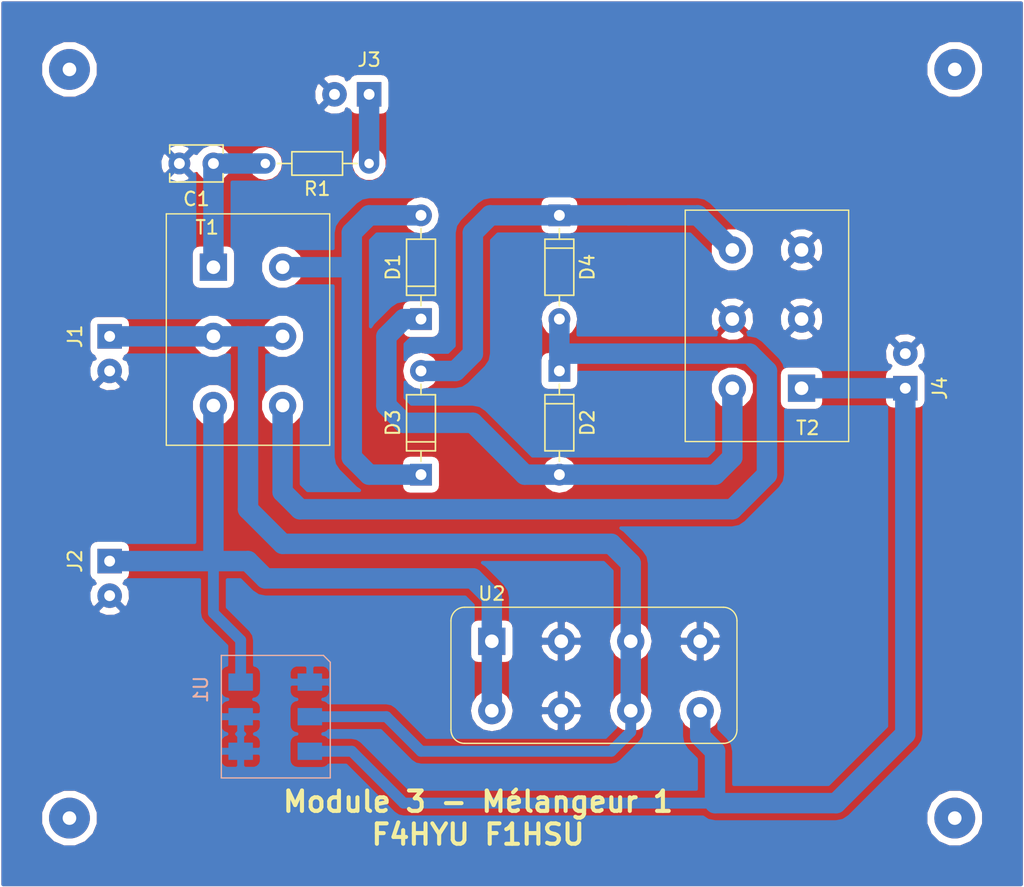
<source format=kicad_pcb>
(kicad_pcb (version 4) (host pcbnew 4.0.7)

  (general
    (links 36)
    (no_connects 0)
    (area 99.899999 29.899999 175.100001 95.100001)
    (thickness 1.6)
    (drawings 5)
    (tracks 72)
    (zones 0)
    (modules 18)
    (nets 11)
  )

  (page A4)
  (layers
    (0 F.Cu signal)
    (31 B.Cu signal)
    (32 B.Adhes user)
    (33 F.Adhes user)
    (34 B.Paste user)
    (35 F.Paste user)
    (36 B.SilkS user)
    (37 F.SilkS user)
    (38 B.Mask user)
    (39 F.Mask user)
    (40 Dwgs.User user)
    (41 Cmts.User user)
    (42 Eco1.User user)
    (43 Eco2.User user)
    (44 Edge.Cuts user)
    (45 Margin user)
    (46 B.CrtYd user)
    (47 F.CrtYd user)
    (48 B.Fab user)
    (49 F.Fab user)
  )

  (setup
    (last_trace_width 0.25)
    (user_trace_width 0.8)
    (user_trace_width 1.5)
    (trace_clearance 0.2)
    (zone_clearance 0.508)
    (zone_45_only no)
    (trace_min 0.2)
    (segment_width 0.2)
    (edge_width 0.15)
    (via_size 0.6)
    (via_drill 0.4)
    (via_min_size 0.4)
    (via_min_drill 0.3)
    (user_via 1.8 0.8)
    (user_via 2 1)
    (uvia_size 0.3)
    (uvia_drill 0.1)
    (uvias_allowed no)
    (uvia_min_size 0.2)
    (uvia_min_drill 0.1)
    (pcb_text_width 0.3)
    (pcb_text_size 1.5 1.5)
    (mod_edge_width 0.15)
    (mod_text_size 1 1)
    (mod_text_width 0.15)
    (pad_size 1.524 1.524)
    (pad_drill 0.762)
    (pad_to_mask_clearance 0.2)
    (aux_axis_origin 0 0)
    (visible_elements 7FFFFFFF)
    (pcbplotparams
      (layerselection 0x01000_80000001)
      (usegerberextensions false)
      (excludeedgelayer true)
      (linewidth 0.100000)
      (plotframeref false)
      (viasonmask false)
      (mode 1)
      (useauxorigin false)
      (hpglpennumber 1)
      (hpglpenspeed 20)
      (hpglpendiameter 15)
      (hpglpenoverlay 2)
      (psnegative false)
      (psa4output false)
      (plotreference true)
      (plotvalue true)
      (plotinvisibletext false)
      (padsonsilk false)
      (subtractmaskfromsilk false)
      (outputformat 1)
      (mirror false)
      (drillshape 0)
      (scaleselection 1)
      (outputdirectory C:/Users/PORTABLE/Documents/GitProjets/Fablab19-Alex-BITX40-Projet/Kicad/Circuits-Imprimés/Module_3-Melangeur-1/Gerber/))
  )

  (net 0 "")
  (net 1 "Net-(C1-Pad1)")
  (net 2 GND)
  (net 3 "Net-(D1-Pad1)")
  (net 4 "Net-(D1-Pad2)")
  (net 5 "Net-(D2-Pad1)")
  (net 6 "Net-(D3-Pad2)")
  (net 7 If)
  (net 8 Lo)
  (net 9 +12V)
  (net 10 Rf)

  (net_class Default "Ceci est la Netclass par défaut"
    (clearance 0.2)
    (trace_width 0.25)
    (via_dia 0.6)
    (via_drill 0.4)
    (uvia_dia 0.3)
    (uvia_drill 0.1)
    (add_net +12V)
    (add_net GND)
    (add_net If)
    (add_net Lo)
    (add_net "Net-(C1-Pad1)")
    (add_net "Net-(D1-Pad1)")
    (add_net "Net-(D1-Pad2)")
    (add_net "Net-(D2-Pad1)")
    (add_net "Net-(D3-Pad2)")
    (add_net Rf)
  )

  (module RF-Mixer:MD-108 (layer F.Cu) (tedit 5A92B450) (tstamp 5A930926)
    (at 143.51 80.01)
    (tags "RF-Mixer, Mélangeur")
    (path /5A92BF63)
    (fp_text reference U2 (at -7.5 -6.5) (layer F.SilkS)
      (effects (font (size 1 1) (thickness 0.15)))
    )
    (fp_text value MD-108 (at 0.5 0) (layer F.Fab)
      (effects (font (size 1 1) (thickness 0.15)))
    )
    (fp_line (start -9.5 4.5) (end 9.5 4.5) (layer F.SilkS) (width 0.1))
    (fp_line (start -9.5 -5.5) (end 9.5 -5.5) (layer F.SilkS) (width 0.1))
    (fp_line (start -10.5 -4.5) (end -10.5 3.5) (layer F.SilkS) (width 0.1))
    (fp_line (start 10.5 -4.5) (end 10.5 3.5) (layer F.SilkS) (width 0.1))
    (fp_arc (start 9.5 3.5) (end 10.5 3.5) (angle 90) (layer F.SilkS) (width 0.1))
    (fp_arc (start 9.5 -4.5) (end 9.5 -5.5) (angle 90) (layer F.SilkS) (width 0.1))
    (fp_arc (start -9.5 3.5) (end -9.5 4.5) (angle 90) (layer F.SilkS) (width 0.1))
    (fp_arc (start -9.5 -4.5) (end -10.5 -4.5) (angle 90) (layer F.SilkS) (width 0.1))
    (pad 1 thru_hole rect (at -7.5 -3) (size 2 2) (drill 1) (layers *.Cu *.Mask)
      (net 8 Lo))
    (pad 2 thru_hole oval (at -2.4 -3) (size 2 2) (drill 1) (layers *.Cu *.Mask)
      (net 2 GND))
    (pad 3 thru_hole oval (at 2.7 -3) (size 2 2) (drill 1) (layers *.Cu *.Mask)
      (net 7 If))
    (pad 4 thru_hole oval (at 7.8 -3) (size 2 2) (drill 1) (layers *.Cu *.Mask)
      (net 2 GND))
    (pad 5 thru_hole oval (at -7.5 2.1) (size 2 2) (drill 1) (layers *.Cu *.Mask)
      (net 8 Lo))
    (pad 6 thru_hole oval (at -2.4 2.1) (size 2 2) (drill 1) (layers *.Cu *.Mask)
      (net 2 GND))
    (pad 7 thru_hole oval (at 2.7 2.1) (size 2 2) (drill 1) (layers *.Cu *.Mask)
      (net 7 If))
    (pad 8 thru_hole oval (at 7.8 2.1) (size 2 2) (drill 1) (layers *.Cu *.Mask)
      (net 10 Rf))
    (model C:/Users/PORTABLE/Documents/GitProjets/Fablab19-Alex-BITX40-Projet/Kicad/package3d/RF-Mixer.3dshapes/MD-108-RF-Mixer.wrl
      (at (xyz 0.31 0.016 0))
      (scale (xyz 0.394 0.394 0.394))
      (rotate (xyz 0 0 90))
    )
  )

  (module Capacitors_THT:C_Disc_D3.8mm_W2.6mm_P2.50mm (layer F.Cu) (tedit 597BC7C2) (tstamp 5A9308B9)
    (at 115.57 41.91 180)
    (descr "C, Disc series, Radial, pin pitch=2.50mm, , diameter*width=3.8*2.6mm^2, Capacitor, http://www.vishay.com/docs/45233/krseries.pdf")
    (tags "C Disc series Radial pin pitch 2.50mm  diameter 3.8mm width 2.6mm Capacitor")
    (path /5A92FB5C)
    (fp_text reference C1 (at 1.25 -2.61 180) (layer F.SilkS)
      (effects (font (size 1 1) (thickness 0.15)))
    )
    (fp_text value 100nF (at 1.25 2.61 180) (layer F.Fab)
      (effects (font (size 1 1) (thickness 0.15)))
    )
    (fp_line (start -0.65 -1.3) (end -0.65 1.3) (layer F.Fab) (width 0.1))
    (fp_line (start -0.65 1.3) (end 3.15 1.3) (layer F.Fab) (width 0.1))
    (fp_line (start 3.15 1.3) (end 3.15 -1.3) (layer F.Fab) (width 0.1))
    (fp_line (start 3.15 -1.3) (end -0.65 -1.3) (layer F.Fab) (width 0.1))
    (fp_line (start -0.71 -1.36) (end 3.21 -1.36) (layer F.SilkS) (width 0.12))
    (fp_line (start -0.71 1.36) (end 3.21 1.36) (layer F.SilkS) (width 0.12))
    (fp_line (start -0.71 -1.36) (end -0.71 -0.75) (layer F.SilkS) (width 0.12))
    (fp_line (start -0.71 0.75) (end -0.71 1.36) (layer F.SilkS) (width 0.12))
    (fp_line (start 3.21 -1.36) (end 3.21 -0.75) (layer F.SilkS) (width 0.12))
    (fp_line (start 3.21 0.75) (end 3.21 1.36) (layer F.SilkS) (width 0.12))
    (fp_line (start -1.05 -1.65) (end -1.05 1.65) (layer F.CrtYd) (width 0.05))
    (fp_line (start -1.05 1.65) (end 3.55 1.65) (layer F.CrtYd) (width 0.05))
    (fp_line (start 3.55 1.65) (end 3.55 -1.65) (layer F.CrtYd) (width 0.05))
    (fp_line (start 3.55 -1.65) (end -1.05 -1.65) (layer F.CrtYd) (width 0.05))
    (fp_text user %R (at 1.25 0 180) (layer F.Fab)
      (effects (font (size 1 1) (thickness 0.15)))
    )
    (pad 1 thru_hole circle (at 0 0 180) (size 1.6 1.6) (drill 0.8) (layers *.Cu *.Mask)
      (net 1 "Net-(C1-Pad1)"))
    (pad 2 thru_hole circle (at 2.5 0 180) (size 1.6 1.6) (drill 0.8) (layers *.Cu *.Mask)
      (net 2 GND))
    (model ${KISYS3DMOD}/Capacitors_THT.3dshapes/C_Disc_D3.8mm_W2.6mm_P2.50mm.wrl
      (at (xyz 0 0 0))
      (scale (xyz 1 1 1))
      (rotate (xyz 0 0 0))
    )
  )

  (module Diodes_THT:D_DO-35_SOD27_P7.62mm_Horizontal (layer F.Cu) (tedit 5921392F) (tstamp 5A9308BF)
    (at 130.81 53.34 90)
    (descr "D, DO-35_SOD27 series, Axial, Horizontal, pin pitch=7.62mm, , length*diameter=4*2mm^2, , http://www.diodes.com/_files/packages/DO-35.pdf")
    (tags "D DO-35_SOD27 series Axial Horizontal pin pitch 7.62mm  length 4mm diameter 2mm")
    (path /5A92CF58)
    (fp_text reference D1 (at 3.81 -2.06 90) (layer F.SilkS)
      (effects (font (size 1 1) (thickness 0.15)))
    )
    (fp_text value D (at 3.81 2.06 90) (layer F.Fab)
      (effects (font (size 1 1) (thickness 0.15)))
    )
    (fp_text user %R (at 3.81 0 90) (layer F.Fab)
      (effects (font (size 1 1) (thickness 0.15)))
    )
    (fp_line (start 1.81 -1) (end 1.81 1) (layer F.Fab) (width 0.1))
    (fp_line (start 1.81 1) (end 5.81 1) (layer F.Fab) (width 0.1))
    (fp_line (start 5.81 1) (end 5.81 -1) (layer F.Fab) (width 0.1))
    (fp_line (start 5.81 -1) (end 1.81 -1) (layer F.Fab) (width 0.1))
    (fp_line (start 0 0) (end 1.81 0) (layer F.Fab) (width 0.1))
    (fp_line (start 7.62 0) (end 5.81 0) (layer F.Fab) (width 0.1))
    (fp_line (start 2.41 -1) (end 2.41 1) (layer F.Fab) (width 0.1))
    (fp_line (start 1.75 -1.06) (end 1.75 1.06) (layer F.SilkS) (width 0.12))
    (fp_line (start 1.75 1.06) (end 5.87 1.06) (layer F.SilkS) (width 0.12))
    (fp_line (start 5.87 1.06) (end 5.87 -1.06) (layer F.SilkS) (width 0.12))
    (fp_line (start 5.87 -1.06) (end 1.75 -1.06) (layer F.SilkS) (width 0.12))
    (fp_line (start 0.98 0) (end 1.75 0) (layer F.SilkS) (width 0.12))
    (fp_line (start 6.64 0) (end 5.87 0) (layer F.SilkS) (width 0.12))
    (fp_line (start 2.41 -1.06) (end 2.41 1.06) (layer F.SilkS) (width 0.12))
    (fp_line (start -1.05 -1.35) (end -1.05 1.35) (layer F.CrtYd) (width 0.05))
    (fp_line (start -1.05 1.35) (end 8.7 1.35) (layer F.CrtYd) (width 0.05))
    (fp_line (start 8.7 1.35) (end 8.7 -1.35) (layer F.CrtYd) (width 0.05))
    (fp_line (start 8.7 -1.35) (end -1.05 -1.35) (layer F.CrtYd) (width 0.05))
    (pad 1 thru_hole rect (at 0 0 90) (size 1.6 1.6) (drill 0.8) (layers *.Cu *.Mask)
      (net 3 "Net-(D1-Pad1)"))
    (pad 2 thru_hole oval (at 7.62 0 90) (size 1.6 1.6) (drill 0.8) (layers *.Cu *.Mask)
      (net 4 "Net-(D1-Pad2)"))
    (model ${KISYS3DMOD}/Diodes_THT.3dshapes/D_DO-35_SOD27_P7.62mm_Horizontal.wrl
      (at (xyz 0 0 0))
      (scale (xyz 0.393701 0.393701 0.393701))
      (rotate (xyz 0 0 0))
    )
  )

  (module Diodes_THT:D_DO-35_SOD27_P7.62mm_Horizontal (layer F.Cu) (tedit 5921392F) (tstamp 5A9308C5)
    (at 140.97 57.15 270)
    (descr "D, DO-35_SOD27 series, Axial, Horizontal, pin pitch=7.62mm, , length*diameter=4*2mm^2, , http://www.diodes.com/_files/packages/DO-35.pdf")
    (tags "D DO-35_SOD27 series Axial Horizontal pin pitch 7.62mm  length 4mm diameter 2mm")
    (path /5A92CF94)
    (fp_text reference D2 (at 3.81 -2.06 270) (layer F.SilkS)
      (effects (font (size 1 1) (thickness 0.15)))
    )
    (fp_text value D (at 3.81 2.06 270) (layer F.Fab)
      (effects (font (size 1 1) (thickness 0.15)))
    )
    (fp_text user %R (at 3.81 0 270) (layer F.Fab)
      (effects (font (size 1 1) (thickness 0.15)))
    )
    (fp_line (start 1.81 -1) (end 1.81 1) (layer F.Fab) (width 0.1))
    (fp_line (start 1.81 1) (end 5.81 1) (layer F.Fab) (width 0.1))
    (fp_line (start 5.81 1) (end 5.81 -1) (layer F.Fab) (width 0.1))
    (fp_line (start 5.81 -1) (end 1.81 -1) (layer F.Fab) (width 0.1))
    (fp_line (start 0 0) (end 1.81 0) (layer F.Fab) (width 0.1))
    (fp_line (start 7.62 0) (end 5.81 0) (layer F.Fab) (width 0.1))
    (fp_line (start 2.41 -1) (end 2.41 1) (layer F.Fab) (width 0.1))
    (fp_line (start 1.75 -1.06) (end 1.75 1.06) (layer F.SilkS) (width 0.12))
    (fp_line (start 1.75 1.06) (end 5.87 1.06) (layer F.SilkS) (width 0.12))
    (fp_line (start 5.87 1.06) (end 5.87 -1.06) (layer F.SilkS) (width 0.12))
    (fp_line (start 5.87 -1.06) (end 1.75 -1.06) (layer F.SilkS) (width 0.12))
    (fp_line (start 0.98 0) (end 1.75 0) (layer F.SilkS) (width 0.12))
    (fp_line (start 6.64 0) (end 5.87 0) (layer F.SilkS) (width 0.12))
    (fp_line (start 2.41 -1.06) (end 2.41 1.06) (layer F.SilkS) (width 0.12))
    (fp_line (start -1.05 -1.35) (end -1.05 1.35) (layer F.CrtYd) (width 0.05))
    (fp_line (start -1.05 1.35) (end 8.7 1.35) (layer F.CrtYd) (width 0.05))
    (fp_line (start 8.7 1.35) (end 8.7 -1.35) (layer F.CrtYd) (width 0.05))
    (fp_line (start 8.7 -1.35) (end -1.05 -1.35) (layer F.CrtYd) (width 0.05))
    (pad 1 thru_hole rect (at 0 0 270) (size 1.6 1.6) (drill 0.8) (layers *.Cu *.Mask)
      (net 5 "Net-(D2-Pad1)"))
    (pad 2 thru_hole oval (at 7.62 0 270) (size 1.6 1.6) (drill 0.8) (layers *.Cu *.Mask)
      (net 3 "Net-(D1-Pad1)"))
    (model ${KISYS3DMOD}/Diodes_THT.3dshapes/D_DO-35_SOD27_P7.62mm_Horizontal.wrl
      (at (xyz 0 0 0))
      (scale (xyz 0.393701 0.393701 0.393701))
      (rotate (xyz 0 0 0))
    )
  )

  (module Diodes_THT:D_DO-35_SOD27_P7.62mm_Horizontal (layer F.Cu) (tedit 5921392F) (tstamp 5A9308CB)
    (at 130.81 64.77 90)
    (descr "D, DO-35_SOD27 series, Axial, Horizontal, pin pitch=7.62mm, , length*diameter=4*2mm^2, , http://www.diodes.com/_files/packages/DO-35.pdf")
    (tags "D DO-35_SOD27 series Axial Horizontal pin pitch 7.62mm  length 4mm diameter 2mm")
    (path /5A92CE78)
    (fp_text reference D3 (at 3.81 -2.06 90) (layer F.SilkS)
      (effects (font (size 1 1) (thickness 0.15)))
    )
    (fp_text value D (at 3.81 2.06 90) (layer F.Fab)
      (effects (font (size 1 1) (thickness 0.15)))
    )
    (fp_text user %R (at 3.81 0 90) (layer F.Fab)
      (effects (font (size 1 1) (thickness 0.15)))
    )
    (fp_line (start 1.81 -1) (end 1.81 1) (layer F.Fab) (width 0.1))
    (fp_line (start 1.81 1) (end 5.81 1) (layer F.Fab) (width 0.1))
    (fp_line (start 5.81 1) (end 5.81 -1) (layer F.Fab) (width 0.1))
    (fp_line (start 5.81 -1) (end 1.81 -1) (layer F.Fab) (width 0.1))
    (fp_line (start 0 0) (end 1.81 0) (layer F.Fab) (width 0.1))
    (fp_line (start 7.62 0) (end 5.81 0) (layer F.Fab) (width 0.1))
    (fp_line (start 2.41 -1) (end 2.41 1) (layer F.Fab) (width 0.1))
    (fp_line (start 1.75 -1.06) (end 1.75 1.06) (layer F.SilkS) (width 0.12))
    (fp_line (start 1.75 1.06) (end 5.87 1.06) (layer F.SilkS) (width 0.12))
    (fp_line (start 5.87 1.06) (end 5.87 -1.06) (layer F.SilkS) (width 0.12))
    (fp_line (start 5.87 -1.06) (end 1.75 -1.06) (layer F.SilkS) (width 0.12))
    (fp_line (start 0.98 0) (end 1.75 0) (layer F.SilkS) (width 0.12))
    (fp_line (start 6.64 0) (end 5.87 0) (layer F.SilkS) (width 0.12))
    (fp_line (start 2.41 -1.06) (end 2.41 1.06) (layer F.SilkS) (width 0.12))
    (fp_line (start -1.05 -1.35) (end -1.05 1.35) (layer F.CrtYd) (width 0.05))
    (fp_line (start -1.05 1.35) (end 8.7 1.35) (layer F.CrtYd) (width 0.05))
    (fp_line (start 8.7 1.35) (end 8.7 -1.35) (layer F.CrtYd) (width 0.05))
    (fp_line (start 8.7 -1.35) (end -1.05 -1.35) (layer F.CrtYd) (width 0.05))
    (pad 1 thru_hole rect (at 0 0 90) (size 1.6 1.6) (drill 0.8) (layers *.Cu *.Mask)
      (net 4 "Net-(D1-Pad2)"))
    (pad 2 thru_hole oval (at 7.62 0 90) (size 1.6 1.6) (drill 0.8) (layers *.Cu *.Mask)
      (net 6 "Net-(D3-Pad2)"))
    (model ${KISYS3DMOD}/Diodes_THT.3dshapes/D_DO-35_SOD27_P7.62mm_Horizontal.wrl
      (at (xyz 0 0 0))
      (scale (xyz 0.393701 0.393701 0.393701))
      (rotate (xyz 0 0 0))
    )
  )

  (module Diodes_THT:D_DO-35_SOD27_P7.62mm_Horizontal (layer F.Cu) (tedit 5921392F) (tstamp 5A9308D1)
    (at 140.97 45.72 270)
    (descr "D, DO-35_SOD27 series, Axial, Horizontal, pin pitch=7.62mm, , length*diameter=4*2mm^2, , http://www.diodes.com/_files/packages/DO-35.pdf")
    (tags "D DO-35_SOD27 series Axial Horizontal pin pitch 7.62mm  length 4mm diameter 2mm")
    (path /5A92CF1D)
    (fp_text reference D4 (at 3.81 -2.06 270) (layer F.SilkS)
      (effects (font (size 1 1) (thickness 0.15)))
    )
    (fp_text value D (at 3.81 2.06 270) (layer F.Fab)
      (effects (font (size 1 1) (thickness 0.15)))
    )
    (fp_text user %R (at 3.81 0 270) (layer F.Fab)
      (effects (font (size 1 1) (thickness 0.15)))
    )
    (fp_line (start 1.81 -1) (end 1.81 1) (layer F.Fab) (width 0.1))
    (fp_line (start 1.81 1) (end 5.81 1) (layer F.Fab) (width 0.1))
    (fp_line (start 5.81 1) (end 5.81 -1) (layer F.Fab) (width 0.1))
    (fp_line (start 5.81 -1) (end 1.81 -1) (layer F.Fab) (width 0.1))
    (fp_line (start 0 0) (end 1.81 0) (layer F.Fab) (width 0.1))
    (fp_line (start 7.62 0) (end 5.81 0) (layer F.Fab) (width 0.1))
    (fp_line (start 2.41 -1) (end 2.41 1) (layer F.Fab) (width 0.1))
    (fp_line (start 1.75 -1.06) (end 1.75 1.06) (layer F.SilkS) (width 0.12))
    (fp_line (start 1.75 1.06) (end 5.87 1.06) (layer F.SilkS) (width 0.12))
    (fp_line (start 5.87 1.06) (end 5.87 -1.06) (layer F.SilkS) (width 0.12))
    (fp_line (start 5.87 -1.06) (end 1.75 -1.06) (layer F.SilkS) (width 0.12))
    (fp_line (start 0.98 0) (end 1.75 0) (layer F.SilkS) (width 0.12))
    (fp_line (start 6.64 0) (end 5.87 0) (layer F.SilkS) (width 0.12))
    (fp_line (start 2.41 -1.06) (end 2.41 1.06) (layer F.SilkS) (width 0.12))
    (fp_line (start -1.05 -1.35) (end -1.05 1.35) (layer F.CrtYd) (width 0.05))
    (fp_line (start -1.05 1.35) (end 8.7 1.35) (layer F.CrtYd) (width 0.05))
    (fp_line (start 8.7 1.35) (end 8.7 -1.35) (layer F.CrtYd) (width 0.05))
    (fp_line (start 8.7 -1.35) (end -1.05 -1.35) (layer F.CrtYd) (width 0.05))
    (pad 1 thru_hole rect (at 0 0 270) (size 1.6 1.6) (drill 0.8) (layers *.Cu *.Mask)
      (net 6 "Net-(D3-Pad2)"))
    (pad 2 thru_hole oval (at 7.62 0 270) (size 1.6 1.6) (drill 0.8) (layers *.Cu *.Mask)
      (net 5 "Net-(D2-Pad1)"))
    (model ${KISYS3DMOD}/Diodes_THT.3dshapes/D_DO-35_SOD27_P7.62mm_Horizontal.wrl
      (at (xyz 0 0 0))
      (scale (xyz 0.393701 0.393701 0.393701))
      (rotate (xyz 0 0 0))
    )
  )

  (module Raccordement-Filaires:Connect-2pin (layer F.Cu) (tedit 5A8B0141) (tstamp 5A9308D7)
    (at 107.95 54.61 270)
    (path /5A92C002)
    (fp_text reference J1 (at 0 2.54 270) (layer F.SilkS)
      (effects (font (size 1 1) (thickness 0.15)))
    )
    (fp_text value Conn_01x02 (at 0 -2.54 270) (layer F.Fab) hide
      (effects (font (size 1 1) (thickness 0.15)))
    )
    (pad 1 thru_hole rect (at 0 0 270) (size 1.8 1.8) (drill 0.8) (layers *.Cu *.Mask)
      (net 7 If))
    (pad 2 thru_hole circle (at 2.54 0 270) (size 1.8 1.8) (drill 0.8) (layers *.Cu *.Mask)
      (net 2 GND))
  )

  (module Raccordement-Filaires:Connect-2pin (layer F.Cu) (tedit 5A8B0141) (tstamp 5A9308DD)
    (at 107.95 71.12 270)
    (path /5A92C279)
    (fp_text reference J2 (at 0 2.54 270) (layer F.SilkS)
      (effects (font (size 1 1) (thickness 0.15)))
    )
    (fp_text value Conn_01x02 (at 0 -2.54 270) (layer F.Fab) hide
      (effects (font (size 1 1) (thickness 0.15)))
    )
    (pad 1 thru_hole rect (at 0 0 270) (size 1.8 1.8) (drill 0.8) (layers *.Cu *.Mask)
      (net 8 Lo))
    (pad 2 thru_hole circle (at 2.54 0 270) (size 1.8 1.8) (drill 0.8) (layers *.Cu *.Mask)
      (net 2 GND))
  )

  (module Raccordement-Filaires:Connect-2pin (layer F.Cu) (tedit 5A8B0141) (tstamp 5A9308E3)
    (at 127 36.83 180)
    (path /5A92D0B4)
    (fp_text reference J3 (at 0 2.54 180) (layer F.SilkS)
      (effects (font (size 1 1) (thickness 0.15)))
    )
    (fp_text value Conn_01x02 (at 0 -2.54 180) (layer F.Fab) hide
      (effects (font (size 1 1) (thickness 0.15)))
    )
    (pad 1 thru_hole rect (at 0 0 180) (size 1.8 1.8) (drill 0.8) (layers *.Cu *.Mask)
      (net 9 +12V))
    (pad 2 thru_hole circle (at 2.54 0 180) (size 1.8 1.8) (drill 0.8) (layers *.Cu *.Mask)
      (net 2 GND))
  )

  (module Raccordement-Filaires:Connect-2pin (layer F.Cu) (tedit 5A8B0141) (tstamp 5A9308E9)
    (at 166.37 58.42 90)
    (path /5A92C132)
    (fp_text reference J4 (at 0 2.54 90) (layer F.SilkS)
      (effects (font (size 1 1) (thickness 0.15)))
    )
    (fp_text value Conn_01x02 (at 0 -2.54 90) (layer F.Fab) hide
      (effects (font (size 1 1) (thickness 0.15)))
    )
    (pad 1 thru_hole rect (at 0 0 90) (size 1.8 1.8) (drill 0.8) (layers *.Cu *.Mask)
      (net 10 Rf))
    (pad 2 thru_hole circle (at 2.54 0 90) (size 1.8 1.8) (drill 0.8) (layers *.Cu *.Mask)
      (net 2 GND))
  )

  (module Resistors_THT:R_Axial_DIN0204_L3.6mm_D1.6mm_P7.62mm_Horizontal (layer F.Cu) (tedit 5874F706) (tstamp 5A9308EF)
    (at 127 41.91 180)
    (descr "Resistor, Axial_DIN0204 series, Axial, Horizontal, pin pitch=7.62mm, 0.16666666666666666W = 1/6W, length*diameter=3.6*1.6mm^2, http://cdn-reichelt.de/documents/datenblatt/B400/1_4W%23YAG.pdf")
    (tags "Resistor Axial_DIN0204 series Axial Horizontal pin pitch 7.62mm 0.16666666666666666W = 1/6W length 3.6mm diameter 1.6mm")
    (path /5A92FB19)
    (fp_text reference R1 (at 3.81 -1.86 180) (layer F.SilkS)
      (effects (font (size 1 1) (thickness 0.15)))
    )
    (fp_text value 10 (at 3.81 1.86 180) (layer F.Fab)
      (effects (font (size 1 1) (thickness 0.15)))
    )
    (fp_line (start 2.01 -0.8) (end 2.01 0.8) (layer F.Fab) (width 0.1))
    (fp_line (start 2.01 0.8) (end 5.61 0.8) (layer F.Fab) (width 0.1))
    (fp_line (start 5.61 0.8) (end 5.61 -0.8) (layer F.Fab) (width 0.1))
    (fp_line (start 5.61 -0.8) (end 2.01 -0.8) (layer F.Fab) (width 0.1))
    (fp_line (start 0 0) (end 2.01 0) (layer F.Fab) (width 0.1))
    (fp_line (start 7.62 0) (end 5.61 0) (layer F.Fab) (width 0.1))
    (fp_line (start 1.95 -0.86) (end 1.95 0.86) (layer F.SilkS) (width 0.12))
    (fp_line (start 1.95 0.86) (end 5.67 0.86) (layer F.SilkS) (width 0.12))
    (fp_line (start 5.67 0.86) (end 5.67 -0.86) (layer F.SilkS) (width 0.12))
    (fp_line (start 5.67 -0.86) (end 1.95 -0.86) (layer F.SilkS) (width 0.12))
    (fp_line (start 0.88 0) (end 1.95 0) (layer F.SilkS) (width 0.12))
    (fp_line (start 6.74 0) (end 5.67 0) (layer F.SilkS) (width 0.12))
    (fp_line (start -0.95 -1.15) (end -0.95 1.15) (layer F.CrtYd) (width 0.05))
    (fp_line (start -0.95 1.15) (end 8.6 1.15) (layer F.CrtYd) (width 0.05))
    (fp_line (start 8.6 1.15) (end 8.6 -1.15) (layer F.CrtYd) (width 0.05))
    (fp_line (start 8.6 -1.15) (end -0.95 -1.15) (layer F.CrtYd) (width 0.05))
    (pad 1 thru_hole circle (at 0 0 180) (size 1.4 1.4) (drill 0.7) (layers *.Cu *.Mask)
      (net 9 +12V))
    (pad 2 thru_hole oval (at 7.62 0 180) (size 1.4 1.4) (drill 0.7) (layers *.Cu *.Mask)
      (net 1 "Net-(C1-Pad1)"))
    (model ${KISYS3DMOD}/Resistors_THT.3dshapes/R_Axial_DIN0204_L3.6mm_D1.6mm_P7.62mm_Horizontal.wrl
      (at (xyz 0 0 0))
      (scale (xyz 0.393701 0.393701 0.393701))
      (rotate (xyz 0 0 0))
    )
  )

  (module HF-Modules:Transformateur-T37-43 (layer F.Cu) (tedit 5A8D9E25) (tstamp 5A9308F9)
    (at 118.11 54.61)
    (path /5A92CDBA)
    (fp_text reference T1 (at -3 -8) (layer F.SilkS)
      (effects (font (size 1 1) (thickness 0.15)))
    )
    (fp_text value Transformateur (at 0 7) (layer F.Fab) hide
      (effects (font (size 1 1) (thickness 0.15)))
    )
    (fp_line (start -6 -9) (end 6 -9) (layer F.SilkS) (width 0.1))
    (fp_line (start 6 -9) (end 6 8) (layer F.SilkS) (width 0.1))
    (fp_line (start 6 8) (end -6 8) (layer F.SilkS) (width 0.1))
    (fp_line (start -6 8) (end -6 -9) (layer F.SilkS) (width 0.1))
    (pad 1 thru_hole rect (at -2.54 -5.08) (size 2 2) (drill 1) (layers *.Cu *.Mask)
      (net 1 "Net-(C1-Pad1)"))
    (pad 2 thru_hole circle (at 2.54 -5.08) (size 2 2) (drill 1) (layers *.Cu *.Mask)
      (net 4 "Net-(D1-Pad2)"))
    (pad 3 thru_hole circle (at -2.54 0) (size 2 2) (drill 1) (layers *.Cu *.Mask)
      (net 7 If))
    (pad 4 thru_hole circle (at 2.54 5.08) (size 2 2) (drill 1) (layers *.Cu *.Mask)
      (net 5 "Net-(D2-Pad1)"))
    (pad 5 thru_hole circle (at 2.54 0) (size 2 2) (drill 1) (layers *.Cu *.Mask)
      (net 7 If))
    (pad 6 thru_hole circle (at -2.54 5.08) (size 2 2) (drill 1) (layers *.Cu *.Mask)
      (net 8 Lo))
    (model C:/Users/PORTABLE/Documents/GitProjets/Fablab19-Alex-BITX40-Projet/Kicad/package3d/HF-Modules.3dshapes/Self-T37-43.wrl
      (at (xyz 0 0 0.4))
      (scale (xyz 0.8 0.8 0.8))
      (rotate (xyz 0 0 0))
    )
  )

  (module HF-Modules:Transformateur-T37-43 (layer F.Cu) (tedit 5A8D9E25) (tstamp 5A930903)
    (at 156.21 53.34 180)
    (path /5A92CE23)
    (fp_text reference T2 (at -3 -8 180) (layer F.SilkS)
      (effects (font (size 1 1) (thickness 0.15)))
    )
    (fp_text value Transformateur (at 0 7 180) (layer F.Fab) hide
      (effects (font (size 1 1) (thickness 0.15)))
    )
    (fp_line (start -6 -9) (end 6 -9) (layer F.SilkS) (width 0.1))
    (fp_line (start 6 -9) (end 6 8) (layer F.SilkS) (width 0.1))
    (fp_line (start 6 8) (end -6 8) (layer F.SilkS) (width 0.1))
    (fp_line (start -6 8) (end -6 -9) (layer F.SilkS) (width 0.1))
    (pad 1 thru_hole rect (at -2.54 -5.08 180) (size 2 2) (drill 1) (layers *.Cu *.Mask)
      (net 10 Rf))
    (pad 2 thru_hole circle (at 2.54 -5.08 180) (size 2 2) (drill 1) (layers *.Cu *.Mask)
      (net 3 "Net-(D1-Pad1)"))
    (pad 3 thru_hole circle (at -2.54 0 180) (size 2 2) (drill 1) (layers *.Cu *.Mask)
      (net 2 GND))
    (pad 4 thru_hole circle (at 2.54 5.08 180) (size 2 2) (drill 1) (layers *.Cu *.Mask)
      (net 6 "Net-(D3-Pad2)"))
    (pad 5 thru_hole circle (at 2.54 0 180) (size 2 2) (drill 1) (layers *.Cu *.Mask)
      (net 2 GND))
    (pad 6 thru_hole circle (at -2.54 5.08 180) (size 2 2) (drill 1) (layers *.Cu *.Mask)
      (net 2 GND))
    (model C:/Users/PORTABLE/Documents/GitProjets/Fablab19-Alex-BITX40-Projet/Kicad/package3d/HF-Modules.3dshapes/Self-T37-43.wrl
      (at (xyz 0 0 0.4))
      (scale (xyz 0.8 0.8 0.8))
      (rotate (xyz 0 0 0))
    )
  )

  (module RF-Mixer:EMRS-1 (layer B.Cu) (tedit 5A92BB53) (tstamp 5A930912)
    (at 120.65 82.55 270)
    (path /5A92BF32)
    (fp_text reference U1 (at -2 6 270) (layer B.SilkS)
      (effects (font (size 1 1) (thickness 0.15)) (justify mirror))
    )
    (fp_text value EMRS-1 (at 0 1 270) (layer B.Fab)
      (effects (font (size 1 1) (thickness 0.15)) (justify mirror))
    )
    (fp_line (start -4.5 4.5) (end -4.5 -3) (layer B.SilkS) (width 0.1))
    (fp_line (start -4 -3.5) (end 4.5 -3.5) (layer B.SilkS) (width 0.1))
    (fp_line (start -4.5 4.5) (end 4.5 4.5) (layer B.SilkS) (width 0.1))
    (fp_line (start 4.5 4.5) (end 4.5 -3.5) (layer B.SilkS) (width 0.1))
    (fp_line (start -4.5 -3) (end -4 -3.5) (layer B.SilkS) (width 0.1))
    (pad 1 smd rect (at -2.54 3.08 270) (size 1.27 1.8) (layers B.Cu B.Paste B.Mask)
      (net 8 Lo))
    (pad 2 smd rect (at 0 3.08 270) (size 1.27 1.8) (layers B.Cu B.Paste B.Mask)
      (net 2 GND))
    (pad 3 smd rect (at 2.54 3.08 270) (size 1.27 1.8) (layers B.Cu B.Paste B.Mask)
      (net 2 GND))
    (pad 4 smd rect (at 2.54 -2 270) (size 1.27 1.8) (layers B.Cu B.Paste B.Mask)
      (net 10 Rf))
    (pad 5 smd rect (at 0 -2 270) (size 1.27 1.8) (layers B.Cu B.Paste B.Mask)
      (net 7 If))
    (pad 6 smd rect (at -2.54 -2 270) (size 1.27 1.8) (layers B.Cu B.Paste B.Mask)
      (net 2 GND))
    (model C:/Users/PORTABLE/Documents/GitProjets/Fablab19-Alex-BITX40-Projet/Kicad/package3d/RF-Mixer.3dshapes/EMRS-1.wrl
      (at (xyz 0 0.022 0))
      (scale (xyz 0.4 0.4 0.4))
      (rotate (xyz 0 0 90))
    )
  )

  (module Visserie-Trous-Modules:M3-Hole (layer F.Cu) (tedit 5A7F5D47) (tstamp 5A9F7C88)
    (at 105 35)
    (fp_text reference REF** (at 0 2.54) (layer F.SilkS) hide
      (effects (font (size 1 1) (thickness 0.15)))
    )
    (fp_text value M3-Hole (at 0.635 -2.54) (layer F.Fab) hide
      (effects (font (size 1 1) (thickness 0.15)))
    )
    (pad 1 thru_hole circle (at 0 0) (size 3 3) (drill 1) (layers *.Cu *.Mask))
  )

  (module Visserie-Trous-Modules:M3-Hole (layer F.Cu) (tedit 5A7F5D47) (tstamp 5A9F7C91)
    (at 170 35)
    (fp_text reference REF** (at 0 2.54) (layer F.SilkS) hide
      (effects (font (size 1 1) (thickness 0.15)))
    )
    (fp_text value M3-Hole (at 0.635 -2.54) (layer F.Fab) hide
      (effects (font (size 1 1) (thickness 0.15)))
    )
    (pad 1 thru_hole circle (at 0 0) (size 3 3) (drill 1) (layers *.Cu *.Mask))
  )

  (module Visserie-Trous-Modules:M3-Hole (layer F.Cu) (tedit 5A7F5D47) (tstamp 5A9F7C9A)
    (at 170 90)
    (fp_text reference REF** (at 0 2.54) (layer F.SilkS) hide
      (effects (font (size 1 1) (thickness 0.15)))
    )
    (fp_text value M3-Hole (at 0.635 -2.54) (layer F.Fab) hide
      (effects (font (size 1 1) (thickness 0.15)))
    )
    (pad 1 thru_hole circle (at 0 0) (size 3 3) (drill 1) (layers *.Cu *.Mask))
  )

  (module Visserie-Trous-Modules:M3-Hole (layer F.Cu) (tedit 5A7F5D47) (tstamp 5A9F7CA3)
    (at 105 90)
    (fp_text reference REF** (at 0 2.54) (layer F.SilkS) hide
      (effects (font (size 1 1) (thickness 0.15)))
    )
    (fp_text value M3-Hole (at 0.635 -2.54) (layer F.Fab) hide
      (effects (font (size 1 1) (thickness 0.15)))
    )
    (pad 1 thru_hole circle (at 0 0) (size 3 3) (drill 1) (layers *.Cu *.Mask))
  )

  (gr_text "Module 3 - Mélangeur 1\nF4HYU F1HSU" (at 135 90) (layer F.SilkS)
    (effects (font (size 1.5 1.5) (thickness 0.3)))
  )
  (gr_line (start 100 95) (end 100 30) (angle 90) (layer Eco2.User) (width 0.2))
  (gr_line (start 175 95) (end 100 95) (angle 90) (layer Eco2.User) (width 0.2))
  (gr_line (start 175 30) (end 175 95) (angle 90) (layer Eco2.User) (width 0.2))
  (gr_line (start 100 30) (end 175 30) (angle 90) (layer Eco2.User) (width 0.2))

  (segment (start 115.57 41.91) (end 115.57 49.53) (width 1.5) (layer B.Cu) (net 1))
  (segment (start 119.38 41.91) (end 115.57 41.91) (width 1.5) (layer B.Cu) (net 1))
  (segment (start 130.81 53.34) (end 129.54 53.34) (width 1.5) (layer B.Cu) (net 3))
  (segment (start 138.43 64.77) (end 140.97 64.77) (width 1.5) (layer B.Cu) (net 3) (tstamp 5A9312C0))
  (segment (start 134.62 60.96) (end 138.43 64.77) (width 1.5) (layer B.Cu) (net 3) (tstamp 5A9312BC))
  (segment (start 129.54 60.96) (end 134.62 60.96) (width 1.5) (layer B.Cu) (net 3) (tstamp 5A9312BA))
  (segment (start 128.27 59.69) (end 129.54 60.96) (width 1.5) (layer B.Cu) (net 3) (tstamp 5A9312B9))
  (segment (start 128.27 54.61) (end 128.27 59.69) (width 1.5) (layer B.Cu) (net 3) (tstamp 5A9312B6))
  (segment (start 129.54 53.34) (end 128.27 54.61) (width 1.5) (layer B.Cu) (net 3) (tstamp 5A9312B0))
  (segment (start 153.67 58.42) (end 153.67 63.5) (width 1.5) (layer B.Cu) (net 3))
  (segment (start 152.4 64.77) (end 140.97 64.77) (width 1.5) (layer B.Cu) (net 3) (tstamp 5A9312AC))
  (segment (start 153.67 63.5) (end 152.4 64.77) (width 1.5) (layer B.Cu) (net 3) (tstamp 5A9312A7))
  (segment (start 125.73 49.53) (end 120.65 49.53) (width 1.5) (layer B.Cu) (net 4))
  (segment (start 130.81 45.72) (end 127 45.72) (width 1.5) (layer B.Cu) (net 4))
  (segment (start 127 64.77) (end 130.81 64.77) (width 1.5) (layer B.Cu) (net 4) (tstamp 5A930C13))
  (segment (start 125.73 63.5) (end 127 64.77) (width 1.5) (layer B.Cu) (net 4) (tstamp 5A930C12))
  (segment (start 125.73 46.99) (end 125.73 49.53) (width 1.5) (layer B.Cu) (net 4) (tstamp 5A930C11))
  (segment (start 125.73 49.53) (end 125.73 63.5) (width 1.5) (layer B.Cu) (net 4) (tstamp 5A930C16))
  (segment (start 127 45.72) (end 125.73 46.99) (width 1.5) (layer B.Cu) (net 4) (tstamp 5A930C10))
  (segment (start 140.97 55.88) (end 154.94 55.88) (width 1.5) (layer B.Cu) (net 5))
  (segment (start 120.65 66.04) (end 120.65 59.69) (width 1.5) (layer B.Cu) (net 5) (tstamp 5A931320))
  (segment (start 121.92 67.31) (end 120.65 66.04) (width 1.5) (layer B.Cu) (net 5) (tstamp 5A93131F))
  (segment (start 153.67 67.31) (end 121.92 67.31) (width 1.5) (layer B.Cu) (net 5) (tstamp 5A931319))
  (segment (start 156.21 64.77) (end 153.67 67.31) (width 1.5) (layer B.Cu) (net 5) (tstamp 5A931318))
  (segment (start 156.21 57.15) (end 156.21 64.77) (width 1.5) (layer B.Cu) (net 5) (tstamp 5A931317))
  (segment (start 154.94 55.88) (end 156.21 57.15) (width 1.5) (layer B.Cu) (net 5) (tstamp 5A931316))
  (segment (start 140.97 53.34) (end 140.97 55.88) (width 1.5) (layer B.Cu) (net 5))
  (segment (start 140.97 55.88) (end 140.97 57.15) (width 1.5) (layer B.Cu) (net 5) (tstamp 5A931314))
  (segment (start 140.97 45.72) (end 135.89 45.72) (width 1.5) (layer B.Cu) (net 6))
  (segment (start 133.35 57.15) (end 130.81 57.15) (width 1.5) (layer B.Cu) (net 6) (tstamp 5A93133A))
  (segment (start 134.62 55.88) (end 133.35 57.15) (width 1.5) (layer B.Cu) (net 6) (tstamp 5A931339))
  (segment (start 134.62 46.99) (end 134.62 55.88) (width 1.5) (layer B.Cu) (net 6) (tstamp 5A931338))
  (segment (start 135.89 45.72) (end 134.62 46.99) (width 1.5) (layer B.Cu) (net 6) (tstamp 5A931336))
  (segment (start 140.97 45.72) (end 146.05 45.72) (width 1.5) (layer B.Cu) (net 6))
  (segment (start 146.05 45.72) (end 151.13 45.72) (width 1.5) (layer B.Cu) (net 6) (tstamp 5A9312D8))
  (segment (start 151.13 45.72) (end 153.67 48.26) (width 1.5) (layer B.Cu) (net 6) (tstamp 5A9311D5))
  (segment (start 122.65 82.55) (end 128.27 82.55) (width 0.8) (layer B.Cu) (net 7))
  (segment (start 146.21 83.66) (end 146.21 82.11) (width 0.8) (layer B.Cu) (net 7) (tstamp 5A930E8A))
  (segment (start 144.78 85.09) (end 146.21 83.66) (width 0.8) (layer B.Cu) (net 7) (tstamp 5A930E89))
  (segment (start 130.81 85.09) (end 144.78 85.09) (width 0.8) (layer B.Cu) (net 7) (tstamp 5A930E86))
  (segment (start 128.27 82.55) (end 130.81 85.09) (width 0.8) (layer B.Cu) (net 7) (tstamp 5A930E82))
  (segment (start 118.11 54.61) (end 118.11 67.31) (width 1.5) (layer B.Cu) (net 7))
  (segment (start 146.21 71.28) (end 146.21 77.01) (width 1.5) (layer B.Cu) (net 7) (tstamp 5A930DF1))
  (segment (start 144.78 69.85) (end 146.21 71.28) (width 1.5) (layer B.Cu) (net 7) (tstamp 5A930DF0))
  (segment (start 120.65 69.85) (end 144.78 69.85) (width 1.5) (layer B.Cu) (net 7) (tstamp 5A930DEF))
  (segment (start 118.11 67.31) (end 120.65 69.85) (width 1.5) (layer B.Cu) (net 7) (tstamp 5A930DEE))
  (segment (start 146.21 77.01) (end 146.21 82.11) (width 1.5) (layer B.Cu) (net 7))
  (segment (start 115.57 54.61) (end 118.11 54.61) (width 1.5) (layer B.Cu) (net 7))
  (segment (start 118.11 54.61) (end 120.65 54.61) (width 1.5) (layer B.Cu) (net 7) (tstamp 5A930CED))
  (segment (start 107.95 54.61) (end 115.57 54.61) (width 1.5) (layer B.Cu) (net 7))
  (segment (start 117.57 80.01) (end 117.57 76.93) (width 0.8) (layer B.Cu) (net 8))
  (segment (start 115.57 74.93) (end 115.57 71.12) (width 0.8) (layer B.Cu) (net 8) (tstamp 5A930ED0))
  (segment (start 117.57 76.93) (end 115.57 74.93) (width 0.8) (layer B.Cu) (net 8) (tstamp 5A930ECD))
  (segment (start 115.57 59.69) (end 115.57 71.12) (width 1.5) (layer B.Cu) (net 8))
  (segment (start 134.62 72.39) (end 119.38 72.39) (width 1.5) (layer B.Cu) (net 8))
  (segment (start 134.62 72.39) (end 136.01 73.78) (width 1.5) (layer B.Cu) (net 8) (tstamp 5A930DF6))
  (segment (start 136.01 77.01) (end 136.01 73.78) (width 1.5) (layer B.Cu) (net 8) (tstamp 5A930DF7))
  (segment (start 118.11 71.12) (end 115.57 71.12) (width 1.5) (layer B.Cu) (net 8) (tstamp 5A930EC1))
  (segment (start 115.57 71.12) (end 107.95 71.12) (width 1.5) (layer B.Cu) (net 8) (tstamp 5A930EC7))
  (segment (start 119.38 72.39) (end 118.11 71.12) (width 1.5) (layer B.Cu) (net 8) (tstamp 5A930EBC))
  (segment (start 136.01 77.01) (end 136.01 82.11) (width 1.5) (layer B.Cu) (net 8))
  (segment (start 127 36.83) (end 127 41.91) (width 1.5) (layer B.Cu) (net 9))
  (segment (start 122.65 85.09) (end 125.73 85.09) (width 0.8) (layer B.Cu) (net 10))
  (segment (start 129.54 88.9) (end 152.4 88.9) (width 0.8) (layer B.Cu) (net 10) (tstamp 5A931356))
  (segment (start 125.73 85.09) (end 129.54 88.9) (width 0.8) (layer B.Cu) (net 10) (tstamp 5A93134F))
  (segment (start 158.75 58.42) (end 166.37 58.42) (width 1.5) (layer B.Cu) (net 10))
  (segment (start 151.31 82.11) (end 151.31 84) (width 1.5) (layer B.Cu) (net 10))
  (segment (start 166.37 83.82) (end 166.37 58.42) (width 1.5) (layer B.Cu) (net 10) (tstamp 5A9311A4) (status 800000))
  (segment (start 161.29 88.9) (end 166.37 83.82) (width 1.5) (layer B.Cu) (net 10) (tstamp 5A93119F))
  (segment (start 152.4 88.9) (end 161.29 88.9) (width 1.5) (layer B.Cu) (net 10) (tstamp 5A93119D))
  (segment (start 152.4 85.09) (end 152.4 88.9) (width 1.5) (layer B.Cu) (net 10) (tstamp 5A93119B))
  (segment (start 151.31 84) (end 152.4 85.09) (width 1.5) (layer B.Cu) (net 10) (tstamp 5A931191))

  (zone (net 2) (net_name GND) (layer B.Cu) (tstamp 5A93138B) (hatch edge 0.508)
    (connect_pads (clearance 0.508))
    (min_thickness 0.254)
    (fill yes (arc_segments 16) (thermal_gap 0.508) (thermal_bridge_width 0.508))
    (polygon
      (pts
        (xy 100 30) (xy 175 30) (xy 175 95) (xy 100 95)
      )
    )
    (filled_polygon
      (pts
        (xy 174.873 94.873) (xy 100.127 94.873) (xy 100.127 90.422815) (xy 102.86463 90.422815) (xy 103.18898 91.2078)
        (xy 103.789041 91.808909) (xy 104.573459 92.134628) (xy 105.422815 92.13537) (xy 106.2078 91.81102) (xy 106.808909 91.210959)
        (xy 107.134628 90.426541) (xy 107.134631 90.422815) (xy 167.86463 90.422815) (xy 168.18898 91.2078) (xy 168.789041 91.808909)
        (xy 169.573459 92.134628) (xy 170.422815 92.13537) (xy 171.2078 91.81102) (xy 171.808909 91.210959) (xy 172.134628 90.426541)
        (xy 172.13537 89.577185) (xy 171.81102 88.7922) (xy 171.210959 88.191091) (xy 170.426541 87.865372) (xy 169.577185 87.86463)
        (xy 168.7922 88.18898) (xy 168.191091 88.789041) (xy 167.865372 89.573459) (xy 167.86463 90.422815) (xy 107.134631 90.422815)
        (xy 107.13537 89.577185) (xy 106.81102 88.7922) (xy 106.210959 88.191091) (xy 105.426541 87.865372) (xy 104.577185 87.86463)
        (xy 103.7922 88.18898) (xy 103.191091 88.789041) (xy 102.865372 89.573459) (xy 102.86463 90.422815) (xy 100.127 90.422815)
        (xy 100.127 85.37575) (xy 116.035 85.37575) (xy 116.035 85.851309) (xy 116.131673 86.084698) (xy 116.310301 86.263327)
        (xy 116.54369 86.36) (xy 117.28425 86.36) (xy 117.443 86.20125) (xy 117.443 85.217) (xy 117.697 85.217)
        (xy 117.697 86.20125) (xy 117.85575 86.36) (xy 118.59631 86.36) (xy 118.829699 86.263327) (xy 119.008327 86.084698)
        (xy 119.105 85.851309) (xy 119.105 85.37575) (xy 118.94625 85.217) (xy 117.697 85.217) (xy 117.443 85.217)
        (xy 116.19375 85.217) (xy 116.035 85.37575) (xy 100.127 85.37575) (xy 100.127 82.83575) (xy 116.035 82.83575)
        (xy 116.035 83.311309) (xy 116.131673 83.544698) (xy 116.310301 83.723327) (xy 116.54369 83.82) (xy 116.310301 83.916673)
        (xy 116.131673 84.095302) (xy 116.035 84.328691) (xy 116.035 84.80425) (xy 116.19375 84.963) (xy 117.443 84.963)
        (xy 117.443 83.97875) (xy 117.28425 83.82) (xy 117.443 83.66125) (xy 117.443 82.677) (xy 117.697 82.677)
        (xy 117.697 83.66125) (xy 117.85575 83.82) (xy 117.697 83.97875) (xy 117.697 84.963) (xy 118.94625 84.963)
        (xy 119.105 84.80425) (xy 119.105 84.328691) (xy 119.008327 84.095302) (xy 118.829699 83.916673) (xy 118.59631 83.82)
        (xy 118.829699 83.723327) (xy 119.008327 83.544698) (xy 119.105 83.311309) (xy 119.105 82.83575) (xy 118.94625 82.677)
        (xy 117.697 82.677) (xy 117.443 82.677) (xy 116.19375 82.677) (xy 116.035 82.83575) (xy 100.127 82.83575)
        (xy 100.127 74.740159) (xy 107.049446 74.740159) (xy 107.135852 74.996643) (xy 107.709336 75.206458) (xy 108.31946 75.180839)
        (xy 108.764148 74.996643) (xy 108.850554 74.740159) (xy 107.95 73.839605) (xy 107.049446 74.740159) (xy 100.127 74.740159)
        (xy 100.127 58.230159) (xy 107.049446 58.230159) (xy 107.135852 58.486643) (xy 107.709336 58.696458) (xy 108.31946 58.670839)
        (xy 108.764148 58.486643) (xy 108.850554 58.230159) (xy 107.95 57.329605) (xy 107.049446 58.230159) (xy 100.127 58.230159)
        (xy 100.127 53.71) (xy 106.40256 53.71) (xy 106.40256 55.51) (xy 106.446838 55.745317) (xy 106.58591 55.961441)
        (xy 106.789574 56.100598) (xy 106.755282 56.13489) (xy 106.869839 56.249447) (xy 106.613357 56.335852) (xy 106.403542 56.909336)
        (xy 106.429161 57.51946) (xy 106.613357 57.964148) (xy 106.869841 58.050554) (xy 107.770395 57.15) (xy 107.756253 57.135858)
        (xy 107.935858 56.956253) (xy 107.95 56.970395) (xy 107.964143 56.956253) (xy 108.143748 57.135858) (xy 108.129605 57.15)
        (xy 109.030159 58.050554) (xy 109.286643 57.964148) (xy 109.496458 57.390664) (xy 109.470839 56.78054) (xy 109.286643 56.335852)
        (xy 109.030161 56.249447) (xy 109.144718 56.13489) (xy 109.10824 56.098412) (xy 109.268946 55.995) (xy 114.642359 55.995)
        (xy 114.642637 55.995278) (xy 115.243352 56.244716) (xy 115.893795 56.245284) (xy 116.494943 55.996894) (xy 116.49684 55.995)
        (xy 116.725 55.995) (xy 116.725 58.532757) (xy 116.497363 58.304722) (xy 115.896648 58.055284) (xy 115.246205 58.054716)
        (xy 114.645057 58.303106) (xy 114.184722 58.762637) (xy 113.935284 59.363352) (xy 113.934716 60.013795) (xy 114.183106 60.614943)
        (xy 114.185 60.61684) (xy 114.185 69.735) (xy 109.264975 69.735) (xy 109.10189 69.623569) (xy 108.85 69.57256)
        (xy 107.05 69.57256) (xy 106.814683 69.616838) (xy 106.598559 69.75591) (xy 106.453569 69.96811) (xy 106.40256 70.22)
        (xy 106.40256 72.02) (xy 106.446838 72.255317) (xy 106.58591 72.471441) (xy 106.789574 72.610598) (xy 106.755282 72.64489)
        (xy 106.869839 72.759447) (xy 106.613357 72.845852) (xy 106.403542 73.419336) (xy 106.429161 74.02946) (xy 106.613357 74.474148)
        (xy 106.869841 74.560554) (xy 107.770395 73.66) (xy 107.756253 73.645858) (xy 107.935858 73.466253) (xy 107.95 73.480395)
        (xy 107.964143 73.466253) (xy 108.143748 73.645858) (xy 108.129605 73.66) (xy 109.030159 74.560554) (xy 109.286643 74.474148)
        (xy 109.496458 73.900664) (xy 109.470839 73.29054) (xy 109.286643 72.845852) (xy 109.030161 72.759447) (xy 109.144718 72.64489)
        (xy 109.10824 72.608412) (xy 109.268946 72.505) (xy 114.535 72.505) (xy 114.535 74.929995) (xy 114.534999 74.93)
        (xy 114.613785 75.326077) (xy 114.838144 75.661856) (xy 116.535 77.358711) (xy 116.535 78.752962) (xy 116.434683 78.771838)
        (xy 116.218559 78.91091) (xy 116.073569 79.12311) (xy 116.02256 79.375) (xy 116.02256 80.645) (xy 116.066838 80.880317)
        (xy 116.20591 81.096441) (xy 116.41811 81.241431) (xy 116.608569 81.28) (xy 116.54369 81.28) (xy 116.310301 81.376673)
        (xy 116.131673 81.555302) (xy 116.035 81.788691) (xy 116.035 82.26425) (xy 116.19375 82.423) (xy 117.443 82.423)
        (xy 117.443 82.403) (xy 117.697 82.403) (xy 117.697 82.423) (xy 118.94625 82.423) (xy 119.105 82.26425)
        (xy 119.105 81.788691) (xy 119.008327 81.555302) (xy 118.829699 81.376673) (xy 118.59631 81.28) (xy 118.536113 81.28)
        (xy 118.705317 81.248162) (xy 118.921441 81.10909) (xy 119.066431 80.89689) (xy 119.11744 80.645) (xy 119.11744 79.375)
        (xy 119.093674 79.248691) (xy 121.115 79.248691) (xy 121.115 79.72425) (xy 121.27375 79.883) (xy 122.523 79.883)
        (xy 122.523 78.89875) (xy 122.777 78.89875) (xy 122.777 79.883) (xy 124.02625 79.883) (xy 124.185 79.72425)
        (xy 124.185 79.248691) (xy 124.088327 79.015302) (xy 123.909699 78.836673) (xy 123.67631 78.74) (xy 122.93575 78.74)
        (xy 122.777 78.89875) (xy 122.523 78.89875) (xy 122.36425 78.74) (xy 121.62369 78.74) (xy 121.390301 78.836673)
        (xy 121.211673 79.015302) (xy 121.115 79.248691) (xy 119.093674 79.248691) (xy 119.073162 79.139683) (xy 118.93409 78.923559)
        (xy 118.72189 78.778569) (xy 118.605 78.754898) (xy 118.605 76.930005) (xy 118.605001 76.93) (xy 118.526215 76.533923)
        (xy 118.426249 76.384313) (xy 118.301856 76.198144) (xy 118.301853 76.198142) (xy 116.605 74.501288) (xy 116.605 72.505)
        (xy 117.536314 72.505) (xy 118.400657 73.369343) (xy 118.849983 73.669573) (xy 119.38 73.775) (xy 134.046314 73.775)
        (xy 134.625 74.353686) (xy 134.625 75.503156) (xy 134.558559 75.54591) (xy 134.413569 75.75811) (xy 134.36256 76.01)
        (xy 134.36256 78.01) (xy 134.406838 78.245317) (xy 134.54591 78.461441) (xy 134.625 78.515481) (xy 134.625 81.248485)
        (xy 134.467425 81.484313) (xy 134.342968 82.11) (xy 134.467425 82.735687) (xy 134.821848 83.26612) (xy 135.352281 83.620543)
        (xy 135.977968 83.745) (xy 136.042032 83.745) (xy 136.667719 83.620543) (xy 137.198152 83.26612) (xy 137.552575 82.735687)
        (xy 137.601358 82.490434) (xy 139.519876 82.490434) (xy 139.716598 82.965385) (xy 140.150006 83.433505) (xy 140.729565 83.700133)
        (xy 140.983 83.581319) (xy 140.983 82.237) (xy 141.237 82.237) (xy 141.237 83.581319) (xy 141.490435 83.700133)
        (xy 142.069994 83.433505) (xy 142.503402 82.965385) (xy 142.700124 82.490434) (xy 142.580777 82.237) (xy 141.237 82.237)
        (xy 140.983 82.237) (xy 139.639223 82.237) (xy 139.519876 82.490434) (xy 137.601358 82.490434) (xy 137.677032 82.11)
        (xy 137.601359 81.729566) (xy 139.519876 81.729566) (xy 139.639223 81.983) (xy 140.983 81.983) (xy 140.983 80.638681)
        (xy 141.237 80.638681) (xy 141.237 81.983) (xy 142.580777 81.983) (xy 142.700124 81.729566) (xy 142.503402 81.254615)
        (xy 142.069994 80.786495) (xy 141.490435 80.519867) (xy 141.237 80.638681) (xy 140.983 80.638681) (xy 140.729565 80.519867)
        (xy 140.150006 80.786495) (xy 139.716598 81.254615) (xy 139.519876 81.729566) (xy 137.601359 81.729566) (xy 137.552575 81.484313)
        (xy 137.395 81.248485) (xy 137.395 78.516844) (xy 137.461441 78.47409) (xy 137.606431 78.26189) (xy 137.65744 78.01)
        (xy 137.65744 77.390434) (xy 139.519876 77.390434) (xy 139.716598 77.865385) (xy 140.150006 78.333505) (xy 140.729565 78.600133)
        (xy 140.983 78.481319) (xy 140.983 77.137) (xy 141.237 77.137) (xy 141.237 78.481319) (xy 141.490435 78.600133)
        (xy 142.069994 78.333505) (xy 142.503402 77.865385) (xy 142.700124 77.390434) (xy 142.580777 77.137) (xy 141.237 77.137)
        (xy 140.983 77.137) (xy 139.639223 77.137) (xy 139.519876 77.390434) (xy 137.65744 77.390434) (xy 137.65744 76.629566)
        (xy 139.519876 76.629566) (xy 139.639223 76.883) (xy 140.983 76.883) (xy 140.983 75.538681) (xy 141.237 75.538681)
        (xy 141.237 76.883) (xy 142.580777 76.883) (xy 142.700124 76.629566) (xy 142.503402 76.154615) (xy 142.069994 75.686495)
        (xy 141.490435 75.419867) (xy 141.237 75.538681) (xy 140.983 75.538681) (xy 140.729565 75.419867) (xy 140.150006 75.686495)
        (xy 139.716598 76.154615) (xy 139.519876 76.629566) (xy 137.65744 76.629566) (xy 137.65744 76.01) (xy 137.613162 75.774683)
        (xy 137.47409 75.558559) (xy 137.395 75.504519) (xy 137.395 73.78) (xy 137.289573 73.249983) (xy 136.989343 72.800657)
        (xy 135.599343 71.410657) (xy 135.403801 71.28) (xy 135.336454 71.235) (xy 144.206314 71.235) (xy 144.825 71.853686)
        (xy 144.825 76.148485) (xy 144.667425 76.384313) (xy 144.542968 77.01) (xy 144.667425 77.635687) (xy 144.825 77.871515)
        (xy 144.825 81.248485) (xy 144.667425 81.484313) (xy 144.542968 82.11) (xy 144.667425 82.735687) (xy 145.021848 83.26612)
        (xy 145.092776 83.313513) (xy 144.351288 84.055) (xy 131.238711 84.055) (xy 129.001856 81.818144) (xy 128.666077 81.593785)
        (xy 128.27 81.514999) (xy 128.269995 81.515) (xy 124.047191 81.515) (xy 124.01409 81.463559) (xy 123.80189 81.318569)
        (xy 123.611431 81.28) (xy 123.67631 81.28) (xy 123.909699 81.183327) (xy 124.088327 81.004698) (xy 124.185 80.771309)
        (xy 124.185 80.29575) (xy 124.02625 80.137) (xy 122.777 80.137) (xy 122.777 80.157) (xy 122.523 80.157)
        (xy 122.523 80.137) (xy 121.27375 80.137) (xy 121.115 80.29575) (xy 121.115 80.771309) (xy 121.211673 81.004698)
        (xy 121.390301 81.183327) (xy 121.62369 81.28) (xy 121.683887 81.28) (xy 121.514683 81.311838) (xy 121.298559 81.45091)
        (xy 121.153569 81.66311) (xy 121.10256 81.915) (xy 121.10256 83.185) (xy 121.146838 83.420317) (xy 121.28591 83.636441)
        (xy 121.49811 83.781431) (xy 121.686314 83.819543) (xy 121.514683 83.851838) (xy 121.298559 83.99091) (xy 121.153569 84.20311)
        (xy 121.10256 84.455) (xy 121.10256 85.725) (xy 121.146838 85.960317) (xy 121.28591 86.176441) (xy 121.49811 86.321431)
        (xy 121.75 86.37244) (xy 123.55 86.37244) (xy 123.785317 86.328162) (xy 124.001441 86.18909) (xy 124.045232 86.125)
        (xy 125.301288 86.125) (xy 128.808142 89.631853) (xy 128.808144 89.631856) (xy 129.143923 89.856215) (xy 129.54 89.935001)
        (xy 129.540005 89.935) (xy 151.503954 89.935) (xy 151.869983 90.179573) (xy 152.4 90.285) (xy 161.29 90.285)
        (xy 161.820017 90.179573) (xy 162.269343 89.879343) (xy 167.349343 84.799343) (xy 167.471705 84.616215) (xy 167.649573 84.350017)
        (xy 167.755 83.82) (xy 167.755 59.734975) (xy 167.866431 59.57189) (xy 167.91744 59.32) (xy 167.91744 57.52)
        (xy 167.873162 57.284683) (xy 167.73409 57.068559) (xy 167.530426 56.929402) (xy 167.564718 56.89511) (xy 167.450161 56.780553)
        (xy 167.706643 56.694148) (xy 167.916458 56.120664) (xy 167.890839 55.51054) (xy 167.706643 55.065852) (xy 167.450159 54.979446)
        (xy 166.549605 55.88) (xy 166.563748 55.894143) (xy 166.384143 56.073748) (xy 166.37 56.059605) (xy 166.355858 56.073748)
        (xy 166.176253 55.894143) (xy 166.190395 55.88) (xy 165.289841 54.979446) (xy 165.033357 55.065852) (xy 164.823542 55.639336)
        (xy 164.849161 56.24946) (xy 165.033357 56.694148) (xy 165.289839 56.780553) (xy 165.175282 56.89511) (xy 165.21176 56.931588)
        (xy 165.051054 57.035) (xy 160.256844 57.035) (xy 160.21409 56.968559) (xy 160.00189 56.823569) (xy 159.75 56.77256)
        (xy 157.75 56.77256) (xy 157.528223 56.81429) (xy 157.489573 56.619983) (xy 157.189343 56.170657) (xy 155.919343 54.900657)
        (xy 155.768461 54.799841) (xy 155.470017 54.600427) (xy 154.94 54.495) (xy 154.86902 54.495) (xy 154.871488 54.492532)
        (xy 157.777073 54.492532) (xy 157.875736 54.759387) (xy 158.485461 54.985908) (xy 159.13546 54.961856) (xy 159.526599 54.799841)
        (xy 165.469446 54.799841) (xy 166.37 55.700395) (xy 167.270554 54.799841) (xy 167.184148 54.543357) (xy 166.610664 54.333542)
        (xy 166.00054 54.359161) (xy 165.555852 54.543357) (xy 165.469446 54.799841) (xy 159.526599 54.799841) (xy 159.624264 54.759387)
        (xy 159.722927 54.492532) (xy 158.75 53.519605) (xy 157.777073 54.492532) (xy 154.871488 54.492532) (xy 154.936814 54.427206)
        (xy 154.822534 54.312926) (xy 155.089387 54.214264) (xy 155.315908 53.604539) (xy 155.296331 53.075461) (xy 157.104092 53.075461)
        (xy 157.128144 53.72546) (xy 157.330613 54.214264) (xy 157.597468 54.312927) (xy 158.570395 53.34) (xy 158.929605 53.34)
        (xy 159.902532 54.312927) (xy 160.169387 54.214264) (xy 160.395908 53.604539) (xy 160.371856 52.95454) (xy 160.169387 52.465736)
        (xy 159.902532 52.367073) (xy 158.929605 53.34) (xy 158.570395 53.34) (xy 157.597468 52.367073) (xy 157.330613 52.465736)
        (xy 157.104092 53.075461) (xy 155.296331 53.075461) (xy 155.291856 52.95454) (xy 155.089387 52.465736) (xy 154.822532 52.367073)
        (xy 153.849605 53.34) (xy 153.863748 53.354143) (xy 153.684143 53.533748) (xy 153.67 53.519605) (xy 153.655858 53.533748)
        (xy 153.476253 53.354143) (xy 153.490395 53.34) (xy 152.517468 52.367073) (xy 152.250613 52.465736) (xy 152.024092 53.075461)
        (xy 152.048144 53.72546) (xy 152.250613 54.214264) (xy 152.517466 54.312926) (xy 152.403186 54.427206) (xy 152.47098 54.495)
        (xy 142.355 54.495) (xy 142.355 53.61948) (xy 142.405 53.368113) (xy 142.405 53.311887) (xy 142.295767 52.762736)
        (xy 141.984698 52.297189) (xy 141.82049 52.187468) (xy 152.697073 52.187468) (xy 153.67 53.160395) (xy 154.642927 52.187468)
        (xy 157.777073 52.187468) (xy 158.75 53.160395) (xy 159.722927 52.187468) (xy 159.624264 51.920613) (xy 159.014539 51.694092)
        (xy 158.36454 51.718144) (xy 157.875736 51.920613) (xy 157.777073 52.187468) (xy 154.642927 52.187468) (xy 154.544264 51.920613)
        (xy 153.934539 51.694092) (xy 153.28454 51.718144) (xy 152.795736 51.920613) (xy 152.697073 52.187468) (xy 141.82049 52.187468)
        (xy 141.519151 51.98612) (xy 140.97 51.876887) (xy 140.420849 51.98612) (xy 139.955302 52.297189) (xy 139.644233 52.762736)
        (xy 139.535 53.311887) (xy 139.535 53.368113) (xy 139.585 53.61948) (xy 139.585 56.08138) (xy 139.573569 56.09811)
        (xy 139.52256 56.35) (xy 139.52256 57.95) (xy 139.566838 58.185317) (xy 139.70591 58.401441) (xy 139.91811 58.546431)
        (xy 140.17 58.59744) (xy 141.77 58.59744) (xy 142.005317 58.553162) (xy 142.221441 58.41409) (xy 142.366431 58.20189)
        (xy 142.41744 57.95) (xy 142.41744 57.265) (xy 152.512757 57.265) (xy 152.284722 57.492637) (xy 152.035284 58.093352)
        (xy 152.034716 58.743795) (xy 152.283106 59.344943) (xy 152.285 59.34684) (xy 152.285 62.926314) (xy 151.826314 63.385)
        (xy 141.3627 63.385) (xy 140.97 63.306887) (xy 140.5773 63.385) (xy 139.003686 63.385) (xy 135.599343 59.980657)
        (xy 135.579562 59.96744) (xy 135.150017 59.680427) (xy 134.62 59.575) (xy 130.113686 59.575) (xy 129.655 59.116314)
        (xy 129.655 57.982835) (xy 129.795302 58.192811) (xy 130.260849 58.50388) (xy 130.81 58.613113) (xy 131.2027 58.535)
        (xy 133.35 58.535) (xy 133.880017 58.429573) (xy 134.329343 58.129343) (xy 135.599343 56.859343) (xy 135.651997 56.78054)
        (xy 135.899573 56.410017) (xy 136.005 55.88) (xy 136.005 47.563686) (xy 136.463686 47.105) (xy 139.90138 47.105)
        (xy 139.91811 47.116431) (xy 140.17 47.16744) (xy 141.77 47.16744) (xy 142.005317 47.123162) (xy 142.033542 47.105)
        (xy 150.556314 47.105) (xy 152.034716 48.583402) (xy 152.034716 48.583795) (xy 152.283106 49.184943) (xy 152.742637 49.645278)
        (xy 153.343352 49.894716) (xy 153.993795 49.895284) (xy 154.594943 49.646894) (xy 154.829715 49.412532) (xy 157.777073 49.412532)
        (xy 157.875736 49.679387) (xy 158.485461 49.905908) (xy 159.13546 49.881856) (xy 159.624264 49.679387) (xy 159.722927 49.412532)
        (xy 158.75 48.439605) (xy 157.777073 49.412532) (xy 154.829715 49.412532) (xy 155.055278 49.187363) (xy 155.304716 48.586648)
        (xy 155.305232 47.995461) (xy 157.104092 47.995461) (xy 157.128144 48.64546) (xy 157.330613 49.134264) (xy 157.597468 49.232927)
        (xy 158.570395 48.26) (xy 158.929605 48.26) (xy 159.902532 49.232927) (xy 160.169387 49.134264) (xy 160.395908 48.524539)
        (xy 160.371856 47.87454) (xy 160.169387 47.385736) (xy 159.902532 47.287073) (xy 158.929605 48.26) (xy 158.570395 48.26)
        (xy 157.597468 47.287073) (xy 157.330613 47.385736) (xy 157.104092 47.995461) (xy 155.305232 47.995461) (xy 155.305284 47.936205)
        (xy 155.056894 47.335057) (xy 154.829703 47.107468) (xy 157.777073 47.107468) (xy 158.75 48.080395) (xy 159.722927 47.107468)
        (xy 159.624264 46.840613) (xy 159.014539 46.614092) (xy 158.36454 46.638144) (xy 157.875736 46.840613) (xy 157.777073 47.107468)
        (xy 154.829703 47.107468) (xy 154.597363 46.874722) (xy 153.996648 46.625284) (xy 153.993968 46.625282) (xy 152.109343 44.740657)
        (xy 152.014356 44.677189) (xy 151.660017 44.440427) (xy 151.13 44.335) (xy 142.03862 44.335) (xy 142.02189 44.323569)
        (xy 141.77 44.27256) (xy 140.17 44.27256) (xy 139.934683 44.316838) (xy 139.906458 44.335) (xy 135.89 44.335)
        (xy 135.359983 44.440427) (xy 135.005644 44.677189) (xy 134.910657 44.740657) (xy 133.640657 46.010657) (xy 133.340427 46.459983)
        (xy 133.235 46.99) (xy 133.235 55.306314) (xy 132.776314 55.765) (xy 131.2027 55.765) (xy 130.81 55.686887)
        (xy 130.260849 55.79612) (xy 129.795302 56.107189) (xy 129.655 56.317165) (xy 129.655 55.183686) (xy 130.051246 54.78744)
        (xy 131.61 54.78744) (xy 131.845317 54.743162) (xy 132.061441 54.60409) (xy 132.206431 54.39189) (xy 132.25744 54.14)
        (xy 132.25744 52.54) (xy 132.213162 52.304683) (xy 132.07409 52.088559) (xy 131.86189 51.943569) (xy 131.61 51.89256)
        (xy 130.01 51.89256) (xy 129.774683 51.936838) (xy 129.746458 51.955) (xy 129.54 51.955) (xy 129.009983 52.060427)
        (xy 128.655644 52.297189) (xy 128.560657 52.360657) (xy 127.290657 53.630657) (xy 127.115 53.893546) (xy 127.115 47.563686)
        (xy 127.573686 47.105) (xy 130.4173 47.105) (xy 130.81 47.183113) (xy 131.359151 47.07388) (xy 131.824698 46.762811)
        (xy 132.135767 46.297264) (xy 132.245 45.748113) (xy 132.245 45.691887) (xy 132.135767 45.142736) (xy 131.824698 44.677189)
        (xy 131.359151 44.36612) (xy 130.81 44.256887) (xy 130.4173 44.335) (xy 127 44.335) (xy 126.469983 44.440427)
        (xy 126.115644 44.677189) (xy 126.020657 44.740657) (xy 124.750657 46.010657) (xy 124.450427 46.459983) (xy 124.345 46.99)
        (xy 124.345 48.145) (xy 121.577641 48.145) (xy 121.577363 48.144722) (xy 120.976648 47.895284) (xy 120.326205 47.894716)
        (xy 119.725057 48.143106) (xy 119.264722 48.602637) (xy 119.015284 49.203352) (xy 119.014716 49.853795) (xy 119.263106 50.454943)
        (xy 119.722637 50.915278) (xy 120.323352 51.164716) (xy 120.973795 51.165284) (xy 121.574943 50.916894) (xy 121.57684 50.915)
        (xy 124.345 50.915) (xy 124.345 63.5) (xy 124.450427 64.030017) (xy 124.750657 64.479343) (xy 126.020657 65.749343)
        (xy 126.283546 65.925) (xy 122.493686 65.925) (xy 122.035 65.466314) (xy 122.035 60.617641) (xy 122.035278 60.617363)
        (xy 122.284716 60.016648) (xy 122.285284 59.366205) (xy 122.036894 58.765057) (xy 121.577363 58.304722) (xy 120.976648 58.055284)
        (xy 120.326205 58.054716) (xy 119.725057 58.303106) (xy 119.495 58.532761) (xy 119.495 55.995) (xy 119.722359 55.995)
        (xy 119.722637 55.995278) (xy 120.323352 56.244716) (xy 120.973795 56.245284) (xy 121.574943 55.996894) (xy 122.035278 55.537363)
        (xy 122.284716 54.936648) (xy 122.285284 54.286205) (xy 122.036894 53.685057) (xy 121.577363 53.224722) (xy 120.976648 52.975284)
        (xy 120.326205 52.974716) (xy 119.725057 53.223106) (xy 119.72316 53.225) (xy 116.497641 53.225) (xy 116.497363 53.224722)
        (xy 115.896648 52.975284) (xy 115.246205 52.974716) (xy 114.645057 53.223106) (xy 114.64316 53.225) (xy 109.264975 53.225)
        (xy 109.10189 53.113569) (xy 108.85 53.06256) (xy 107.05 53.06256) (xy 106.814683 53.106838) (xy 106.598559 53.24591)
        (xy 106.453569 53.45811) (xy 106.40256 53.71) (xy 100.127 53.71) (xy 100.127 42.917745) (xy 112.241861 42.917745)
        (xy 112.315995 43.163864) (xy 112.853223 43.356965) (xy 113.423454 43.329778) (xy 113.824005 43.163864) (xy 113.898139 42.917745)
        (xy 113.07 42.089605) (xy 112.241861 42.917745) (xy 100.127 42.917745) (xy 100.127 41.693223) (xy 111.623035 41.693223)
        (xy 111.650222 42.263454) (xy 111.816136 42.664005) (xy 112.062255 42.738139) (xy 112.890395 41.91) (xy 113.249605 41.91)
        (xy 114.077745 42.738139) (xy 114.185 42.705833) (xy 114.185 48.023156) (xy 114.118559 48.06591) (xy 113.973569 48.27811)
        (xy 113.92256 48.53) (xy 113.92256 50.53) (xy 113.966838 50.765317) (xy 114.10591 50.981441) (xy 114.31811 51.126431)
        (xy 114.57 51.17744) (xy 116.57 51.17744) (xy 116.805317 51.133162) (xy 117.021441 50.99409) (xy 117.166431 50.78189)
        (xy 117.21744 50.53) (xy 117.21744 48.53) (xy 117.173162 48.294683) (xy 117.03409 48.078559) (xy 116.955 48.024519)
        (xy 116.955 43.295) (xy 119.38 43.295) (xy 119.910017 43.189573) (xy 120.359343 42.889343) (xy 120.659573 42.440017)
        (xy 120.765 41.91) (xy 120.659573 41.379983) (xy 120.359343 40.930657) (xy 119.910017 40.630427) (xy 119.38 40.525)
        (xy 115.976502 40.525) (xy 115.856691 40.47525) (xy 115.285813 40.474752) (xy 114.7582 40.692757) (xy 114.354176 41.096077)
        (xy 114.326577 41.162544) (xy 114.323864 41.155995) (xy 114.077745 41.081861) (xy 113.249605 41.91) (xy 112.890395 41.91)
        (xy 112.062255 41.081861) (xy 111.816136 41.155995) (xy 111.623035 41.693223) (xy 100.127 41.693223) (xy 100.127 40.902255)
        (xy 112.241861 40.902255) (xy 113.07 41.730395) (xy 113.898139 40.902255) (xy 113.824005 40.656136) (xy 113.286777 40.463035)
        (xy 112.716546 40.490222) (xy 112.315995 40.656136) (xy 112.241861 40.902255) (xy 100.127 40.902255) (xy 100.127 35.422815)
        (xy 102.86463 35.422815) (xy 103.18898 36.2078) (xy 103.789041 36.808909) (xy 104.573459 37.134628) (xy 105.422815 37.13537)
        (xy 106.2078 36.81102) (xy 106.429871 36.589336) (xy 122.913542 36.589336) (xy 122.939161 37.19946) (xy 123.123357 37.644148)
        (xy 123.379841 37.730554) (xy 124.280395 36.83) (xy 123.379841 35.929446) (xy 123.123357 36.015852) (xy 122.913542 36.589336)
        (xy 106.429871 36.589336) (xy 106.808909 36.210959) (xy 107.000382 35.749841) (xy 123.559446 35.749841) (xy 124.46 36.650395)
        (xy 124.474143 36.636253) (xy 124.653748 36.815858) (xy 124.639605 36.83) (xy 124.653748 36.844143) (xy 124.474143 37.023748)
        (xy 124.46 37.009605) (xy 123.559446 37.910159) (xy 123.645852 38.166643) (xy 124.219336 38.376458) (xy 124.82946 38.350839)
        (xy 125.274148 38.166643) (xy 125.360553 37.910161) (xy 125.47511 38.024718) (xy 125.511588 37.98824) (xy 125.615 38.148946)
        (xy 125.615 41.91) (xy 125.664781 42.160267) (xy 125.664769 42.174383) (xy 125.670207 42.187544) (xy 125.720427 42.440017)
        (xy 125.862191 42.652182) (xy 125.867582 42.665229) (xy 125.877643 42.675308) (xy 126.020657 42.889343) (xy 126.232824 43.031108)
        (xy 126.242796 43.041098) (xy 126.255947 43.046559) (xy 126.469983 43.189573) (xy 126.720249 43.239354) (xy 126.733287 43.244768)
        (xy 126.747529 43.24478) (xy 127 43.295) (xy 127.250267 43.245219) (xy 127.264383 43.245231) (xy 127.277544 43.239793)
        (xy 127.530017 43.189573) (xy 127.742182 43.047809) (xy 127.755229 43.042418) (xy 127.765308 43.032357) (xy 127.979343 42.889343)
        (xy 128.121108 42.677176) (xy 128.131098 42.667204) (xy 128.136559 42.654053) (xy 128.279573 42.440017) (xy 128.329354 42.189751)
        (xy 128.334768 42.176713) (xy 128.33478 42.162471) (xy 128.385 41.91) (xy 128.385 38.144975) (xy 128.496431 37.98189)
        (xy 128.54744 37.73) (xy 128.54744 35.93) (xy 128.503162 35.694683) (xy 128.36409 35.478559) (xy 128.282506 35.422815)
        (xy 167.86463 35.422815) (xy 168.18898 36.2078) (xy 168.789041 36.808909) (xy 169.573459 37.134628) (xy 170.422815 37.13537)
        (xy 171.2078 36.81102) (xy 171.808909 36.210959) (xy 172.134628 35.426541) (xy 172.13537 34.577185) (xy 171.81102 33.7922)
        (xy 171.210959 33.191091) (xy 170.426541 32.865372) (xy 169.577185 32.86463) (xy 168.7922 33.18898) (xy 168.191091 33.789041)
        (xy 167.865372 34.573459) (xy 167.86463 35.422815) (xy 128.282506 35.422815) (xy 128.15189 35.333569) (xy 127.9 35.28256)
        (xy 126.1 35.28256) (xy 125.864683 35.326838) (xy 125.648559 35.46591) (xy 125.509402 35.669574) (xy 125.47511 35.635282)
        (xy 125.360553 35.749839) (xy 125.274148 35.493357) (xy 124.700664 35.283542) (xy 124.09054 35.309161) (xy 123.645852 35.493357)
        (xy 123.559446 35.749841) (xy 107.000382 35.749841) (xy 107.134628 35.426541) (xy 107.13537 34.577185) (xy 106.81102 33.7922)
        (xy 106.210959 33.191091) (xy 105.426541 32.865372) (xy 104.577185 32.86463) (xy 103.7922 33.18898) (xy 103.191091 33.789041)
        (xy 102.865372 34.573459) (xy 102.86463 35.422815) (xy 100.127 35.422815) (xy 100.127 30.127) (xy 174.873 30.127)
      )
    )
    (filled_polygon
      (pts
        (xy 164.985 83.246314) (xy 160.716314 87.515) (xy 153.785 87.515) (xy 153.785 85.09) (xy 153.70643 84.695)
        (xy 153.679574 84.559984) (xy 153.379343 84.110657) (xy 152.695 83.426314) (xy 152.695 82.971515) (xy 152.852575 82.735687)
        (xy 152.977032 82.11) (xy 152.852575 81.484313) (xy 152.498152 80.95388) (xy 151.967719 80.599457) (xy 151.342032 80.475)
        (xy 151.277968 80.475) (xy 150.652281 80.599457) (xy 150.121848 80.95388) (xy 149.767425 81.484313) (xy 149.642968 82.11)
        (xy 149.767425 82.735687) (xy 149.925 82.971515) (xy 149.925 84) (xy 150.030427 84.530017) (xy 150.210385 84.799343)
        (xy 150.330657 84.979343) (xy 151.015 85.663686) (xy 151.015 87.865) (xy 129.968711 87.865) (xy 126.461856 84.358144)
        (xy 126.126077 84.133785) (xy 125.73 84.054999) (xy 125.729995 84.055) (xy 124.047191 84.055) (xy 124.01409 84.003559)
        (xy 123.80189 83.858569) (xy 123.613686 83.820457) (xy 123.785317 83.788162) (xy 124.001441 83.64909) (xy 124.045232 83.585)
        (xy 127.841288 83.585) (xy 130.078142 85.821853) (xy 130.078144 85.821856) (xy 130.279429 85.956349) (xy 130.413922 86.046215)
        (xy 130.81 86.125) (xy 144.779995 86.125) (xy 144.78 86.125001) (xy 145.176077 86.046215) (xy 145.511856 85.821856)
        (xy 146.941853 84.391858) (xy 146.941856 84.391856) (xy 147.076349 84.190571) (xy 147.166215 84.056078) (xy 147.245 83.66)
        (xy 147.245 83.368453) (xy 147.398152 83.26612) (xy 147.752575 82.735687) (xy 147.877032 82.11) (xy 147.752575 81.484313)
        (xy 147.595 81.248485) (xy 147.595 77.871515) (xy 147.752575 77.635687) (xy 147.801358 77.390434) (xy 149.719876 77.390434)
        (xy 149.916598 77.865385) (xy 150.350006 78.333505) (xy 150.929565 78.600133) (xy 151.183 78.481319) (xy 151.183 77.137)
        (xy 151.437 77.137) (xy 151.437 78.481319) (xy 151.690435 78.600133) (xy 152.269994 78.333505) (xy 152.703402 77.865385)
        (xy 152.900124 77.390434) (xy 152.780777 77.137) (xy 151.437 77.137) (xy 151.183 77.137) (xy 149.839223 77.137)
        (xy 149.719876 77.390434) (xy 147.801358 77.390434) (xy 147.877032 77.01) (xy 147.801359 76.629566) (xy 149.719876 76.629566)
        (xy 149.839223 76.883) (xy 151.183 76.883) (xy 151.183 75.538681) (xy 151.437 75.538681) (xy 151.437 76.883)
        (xy 152.780777 76.883) (xy 152.900124 76.629566) (xy 152.703402 76.154615) (xy 152.269994 75.686495) (xy 151.690435 75.419867)
        (xy 151.437 75.538681) (xy 151.183 75.538681) (xy 150.929565 75.419867) (xy 150.350006 75.686495) (xy 149.916598 76.154615)
        (xy 149.719876 76.629566) (xy 147.801359 76.629566) (xy 147.752575 76.384313) (xy 147.595 76.148485) (xy 147.595 71.28)
        (xy 147.489573 70.749983) (xy 147.189343 70.300657) (xy 145.759343 68.870657) (xy 145.496454 68.695) (xy 153.67 68.695)
        (xy 154.200017 68.589573) (xy 154.649343 68.289343) (xy 157.189343 65.749343) (xy 157.309176 65.57) (xy 157.489573 65.300017)
        (xy 157.595 64.77) (xy 157.595 60.036052) (xy 157.75 60.06744) (xy 159.75 60.06744) (xy 159.985317 60.023162)
        (xy 160.201441 59.88409) (xy 160.255481 59.805) (xy 164.985 59.805)
      )
    )
  )
  (zone (net 2) (net_name GND) (layer F.Cu) (tstamp 5A931395) (hatch edge 0.508)
    (connect_pads (clearance 0.508))
    (min_thickness 0.254)
    (fill yes (arc_segments 16) (thermal_gap 0.508) (thermal_bridge_width 0.508))
    (polygon
      (pts
        (xy 100 30) (xy 175 30) (xy 175 95) (xy 100 95)
      )
    )
    (filled_polygon
      (pts
        (xy 174.873 94.873) (xy 100.127 94.873) (xy 100.127 90.422815) (xy 102.86463 90.422815) (xy 103.18898 91.2078)
        (xy 103.789041 91.808909) (xy 104.573459 92.134628) (xy 105.422815 92.13537) (xy 106.2078 91.81102) (xy 106.808909 91.210959)
        (xy 107.134628 90.426541) (xy 107.134631 90.422815) (xy 167.86463 90.422815) (xy 168.18898 91.2078) (xy 168.789041 91.808909)
        (xy 169.573459 92.134628) (xy 170.422815 92.13537) (xy 171.2078 91.81102) (xy 171.808909 91.210959) (xy 172.134628 90.426541)
        (xy 172.13537 89.577185) (xy 171.81102 88.7922) (xy 171.210959 88.191091) (xy 170.426541 87.865372) (xy 169.577185 87.86463)
        (xy 168.7922 88.18898) (xy 168.191091 88.789041) (xy 167.865372 89.573459) (xy 167.86463 90.422815) (xy 107.134631 90.422815)
        (xy 107.13537 89.577185) (xy 106.81102 88.7922) (xy 106.210959 88.191091) (xy 105.426541 87.865372) (xy 104.577185 87.86463)
        (xy 103.7922 88.18898) (xy 103.191091 88.789041) (xy 102.865372 89.573459) (xy 102.86463 90.422815) (xy 100.127 90.422815)
        (xy 100.127 82.11) (xy 134.342968 82.11) (xy 134.467425 82.735687) (xy 134.821848 83.26612) (xy 135.352281 83.620543)
        (xy 135.977968 83.745) (xy 136.042032 83.745) (xy 136.667719 83.620543) (xy 137.198152 83.26612) (xy 137.552575 82.735687)
        (xy 137.601358 82.490434) (xy 139.519876 82.490434) (xy 139.716598 82.965385) (xy 140.150006 83.433505) (xy 140.729565 83.700133)
        (xy 140.983 83.581319) (xy 140.983 82.237) (xy 141.237 82.237) (xy 141.237 83.581319) (xy 141.490435 83.700133)
        (xy 142.069994 83.433505) (xy 142.503402 82.965385) (xy 142.700124 82.490434) (xy 142.580777 82.237) (xy 141.237 82.237)
        (xy 140.983 82.237) (xy 139.639223 82.237) (xy 139.519876 82.490434) (xy 137.601358 82.490434) (xy 137.677032 82.11)
        (xy 144.542968 82.11) (xy 144.667425 82.735687) (xy 145.021848 83.26612) (xy 145.552281 83.620543) (xy 146.177968 83.745)
        (xy 146.242032 83.745) (xy 146.867719 83.620543) (xy 147.398152 83.26612) (xy 147.752575 82.735687) (xy 147.877032 82.11)
        (xy 149.642968 82.11) (xy 149.767425 82.735687) (xy 150.121848 83.26612) (xy 150.652281 83.620543) (xy 151.277968 83.745)
        (xy 151.342032 83.745) (xy 151.967719 83.620543) (xy 152.498152 83.26612) (xy 152.852575 82.735687) (xy 152.977032 82.11)
        (xy 152.852575 81.484313) (xy 152.498152 80.95388) (xy 151.967719 80.599457) (xy 151.342032 80.475) (xy 151.277968 80.475)
        (xy 150.652281 80.599457) (xy 150.121848 80.95388) (xy 149.767425 81.484313) (xy 149.642968 82.11) (xy 147.877032 82.11)
        (xy 147.752575 81.484313) (xy 147.398152 80.95388) (xy 146.867719 80.599457) (xy 146.242032 80.475) (xy 146.177968 80.475)
        (xy 145.552281 80.599457) (xy 145.021848 80.95388) (xy 144.667425 81.484313) (xy 144.542968 82.11) (xy 137.677032 82.11)
        (xy 137.601359 81.729566) (xy 139.519876 81.729566) (xy 139.639223 81.983) (xy 140.983 81.983) (xy 140.983 80.638681)
        (xy 141.237 80.638681) (xy 141.237 81.983) (xy 142.580777 81.983) (xy 142.700124 81.729566) (xy 142.503402 81.254615)
        (xy 142.069994 80.786495) (xy 141.490435 80.519867) (xy 141.237 80.638681) (xy 140.983 80.638681) (xy 140.729565 80.519867)
        (xy 140.150006 80.786495) (xy 139.716598 81.254615) (xy 139.519876 81.729566) (xy 137.601359 81.729566) (xy 137.552575 81.484313)
        (xy 137.198152 80.95388) (xy 136.667719 80.599457) (xy 136.042032 80.475) (xy 135.977968 80.475) (xy 135.352281 80.599457)
        (xy 134.821848 80.95388) (xy 134.467425 81.484313) (xy 134.342968 82.11) (xy 100.127 82.11) (xy 100.127 76.01)
        (xy 134.36256 76.01) (xy 134.36256 78.01) (xy 134.406838 78.245317) (xy 134.54591 78.461441) (xy 134.75811 78.606431)
        (xy 135.01 78.65744) (xy 137.01 78.65744) (xy 137.245317 78.613162) (xy 137.461441 78.47409) (xy 137.606431 78.26189)
        (xy 137.65744 78.01) (xy 137.65744 77.390434) (xy 139.519876 77.390434) (xy 139.716598 77.865385) (xy 140.150006 78.333505)
        (xy 140.729565 78.600133) (xy 140.983 78.481319) (xy 140.983 77.137) (xy 141.237 77.137) (xy 141.237 78.481319)
        (xy 141.490435 78.600133) (xy 142.069994 78.333505) (xy 142.503402 77.865385) (xy 142.700124 77.390434) (xy 142.580777 77.137)
        (xy 141.237 77.137) (xy 140.983 77.137) (xy 139.639223 77.137) (xy 139.519876 77.390434) (xy 137.65744 77.390434)
        (xy 137.65744 77.01) (xy 144.542968 77.01) (xy 144.667425 77.635687) (xy 145.021848 78.16612) (xy 145.552281 78.520543)
        (xy 146.177968 78.645) (xy 146.242032 78.645) (xy 146.867719 78.520543) (xy 147.398152 78.16612) (xy 147.752575 77.635687)
        (xy 147.801358 77.390434) (xy 149.719876 77.390434) (xy 149.916598 77.865385) (xy 150.350006 78.333505) (xy 150.929565 78.600133)
        (xy 151.183 78.481319) (xy 151.183 77.137) (xy 151.437 77.137) (xy 151.437 78.481319) (xy 151.690435 78.600133)
        (xy 152.269994 78.333505) (xy 152.703402 77.865385) (xy 152.900124 77.390434) (xy 152.780777 77.137) (xy 151.437 77.137)
        (xy 151.183 77.137) (xy 149.839223 77.137) (xy 149.719876 77.390434) (xy 147.801358 77.390434) (xy 147.877032 77.01)
        (xy 147.801359 76.629566) (xy 149.719876 76.629566) (xy 149.839223 76.883) (xy 151.183 76.883) (xy 151.183 75.538681)
        (xy 151.437 75.538681) (xy 151.437 76.883) (xy 152.780777 76.883) (xy 152.900124 76.629566) (xy 152.703402 76.154615)
        (xy 152.269994 75.686495) (xy 151.690435 75.419867) (xy 151.437 75.538681) (xy 151.183 75.538681) (xy 150.929565 75.419867)
        (xy 150.350006 75.686495) (xy 149.916598 76.154615) (xy 149.719876 76.629566) (xy 147.801359 76.629566) (xy 147.752575 76.384313)
        (xy 147.398152 75.85388) (xy 146.867719 75.499457) (xy 146.242032 75.375) (xy 146.177968 75.375) (xy 145.552281 75.499457)
        (xy 145.021848 75.85388) (xy 144.667425 76.384313) (xy 144.542968 77.01) (xy 137.65744 77.01) (xy 137.65744 76.629566)
        (xy 139.519876 76.629566) (xy 139.639223 76.883) (xy 140.983 76.883) (xy 140.983 75.538681) (xy 141.237 75.538681)
        (xy 141.237 76.883) (xy 142.580777 76.883) (xy 142.700124 76.629566) (xy 142.503402 76.154615) (xy 142.069994 75.686495)
        (xy 141.490435 75.419867) (xy 141.237 75.538681) (xy 140.983 75.538681) (xy 140.729565 75.419867) (xy 140.150006 75.686495)
        (xy 139.716598 76.154615) (xy 139.519876 76.629566) (xy 137.65744 76.629566) (xy 137.65744 76.01) (xy 137.613162 75.774683)
        (xy 137.47409 75.558559) (xy 137.26189 75.413569) (xy 137.01 75.36256) (xy 135.01 75.36256) (xy 134.774683 75.406838)
        (xy 134.558559 75.54591) (xy 134.413569 75.75811) (xy 134.36256 76.01) (xy 100.127 76.01) (xy 100.127 74.740159)
        (xy 107.049446 74.740159) (xy 107.135852 74.996643) (xy 107.709336 75.206458) (xy 108.31946 75.180839) (xy 108.764148 74.996643)
        (xy 108.850554 74.740159) (xy 107.95 73.839605) (xy 107.049446 74.740159) (xy 100.127 74.740159) (xy 100.127 70.22)
        (xy 106.40256 70.22) (xy 106.40256 72.02) (xy 106.446838 72.255317) (xy 106.58591 72.471441) (xy 106.789574 72.610598)
        (xy 106.755282 72.64489) (xy 106.869839 72.759447) (xy 106.613357 72.845852) (xy 106.403542 73.419336) (xy 106.429161 74.02946)
        (xy 106.613357 74.474148) (xy 106.869841 74.560554) (xy 107.770395 73.66) (xy 107.756253 73.645858) (xy 107.935858 73.466253)
        (xy 107.95 73.480395) (xy 107.964143 73.466253) (xy 108.143748 73.645858) (xy 108.129605 73.66) (xy 109.030159 74.560554)
        (xy 109.286643 74.474148) (xy 109.496458 73.900664) (xy 109.470839 73.29054) (xy 109.286643 72.845852) (xy 109.030161 72.759447)
        (xy 109.144718 72.64489) (xy 109.10824 72.608412) (xy 109.301441 72.48409) (xy 109.446431 72.27189) (xy 109.49744 72.02)
        (xy 109.49744 70.22) (xy 109.453162 69.984683) (xy 109.31409 69.768559) (xy 109.10189 69.623569) (xy 108.85 69.57256)
        (xy 107.05 69.57256) (xy 106.814683 69.616838) (xy 106.598559 69.75591) (xy 106.453569 69.96811) (xy 106.40256 70.22)
        (xy 100.127 70.22) (xy 100.127 63.97) (xy 129.36256 63.97) (xy 129.36256 65.57) (xy 129.406838 65.805317)
        (xy 129.54591 66.021441) (xy 129.75811 66.166431) (xy 130.01 66.21744) (xy 131.61 66.21744) (xy 131.845317 66.173162)
        (xy 132.061441 66.03409) (xy 132.206431 65.82189) (xy 132.25744 65.57) (xy 132.25744 64.741887) (xy 139.535 64.741887)
        (xy 139.535 64.798113) (xy 139.644233 65.347264) (xy 139.955302 65.812811) (xy 140.420849 66.12388) (xy 140.97 66.233113)
        (xy 141.519151 66.12388) (xy 141.984698 65.812811) (xy 142.295767 65.347264) (xy 142.405 64.798113) (xy 142.405 64.741887)
        (xy 142.295767 64.192736) (xy 141.984698 63.727189) (xy 141.519151 63.41612) (xy 140.97 63.306887) (xy 140.420849 63.41612)
        (xy 139.955302 63.727189) (xy 139.644233 64.192736) (xy 139.535 64.741887) (xy 132.25744 64.741887) (xy 132.25744 63.97)
        (xy 132.213162 63.734683) (xy 132.07409 63.518559) (xy 131.86189 63.373569) (xy 131.61 63.32256) (xy 130.01 63.32256)
        (xy 129.774683 63.366838) (xy 129.558559 63.50591) (xy 129.413569 63.71811) (xy 129.36256 63.97) (xy 100.127 63.97)
        (xy 100.127 60.013795) (xy 113.934716 60.013795) (xy 114.183106 60.614943) (xy 114.642637 61.075278) (xy 115.243352 61.324716)
        (xy 115.893795 61.325284) (xy 116.494943 61.076894) (xy 116.955278 60.617363) (xy 117.204716 60.016648) (xy 117.204718 60.013795)
        (xy 119.014716 60.013795) (xy 119.263106 60.614943) (xy 119.722637 61.075278) (xy 120.323352 61.324716) (xy 120.973795 61.325284)
        (xy 121.574943 61.076894) (xy 122.035278 60.617363) (xy 122.284716 60.016648) (xy 122.285284 59.366205) (xy 122.036894 58.765057)
        (xy 122.01567 58.743795) (xy 152.034716 58.743795) (xy 152.283106 59.344943) (xy 152.742637 59.805278) (xy 153.343352 60.054716)
        (xy 153.993795 60.055284) (xy 154.594943 59.806894) (xy 155.055278 59.347363) (xy 155.304716 58.746648) (xy 155.305284 58.096205)
        (xy 155.056894 57.495057) (xy 154.981969 57.42) (xy 157.10256 57.42) (xy 157.10256 59.42) (xy 157.146838 59.655317)
        (xy 157.28591 59.871441) (xy 157.49811 60.016431) (xy 157.75 60.06744) (xy 159.75 60.06744) (xy 159.985317 60.023162)
        (xy 160.201441 59.88409) (xy 160.346431 59.67189) (xy 160.39744 59.42) (xy 160.39744 57.52) (xy 164.82256 57.52)
        (xy 164.82256 59.32) (xy 164.866838 59.555317) (xy 165.00591 59.771441) (xy 165.21811 59.916431) (xy 165.47 59.96744)
        (xy 167.27 59.96744) (xy 167.505317 59.923162) (xy 167.721441 59.78409) (xy 167.866431 59.57189) (xy 167.91744 59.32)
        (xy 167.91744 57.52) (xy 167.873162 57.284683) (xy 167.73409 57.068559) (xy 167.530426 56.929402) (xy 167.564718 56.89511)
        (xy 167.450161 56.780553) (xy 167.706643 56.694148) (xy 167.916458 56.120664) (xy 167.890839 55.51054) (xy 167.706643 55.065852)
        (xy 167.450159 54.979446) (xy 166.549605 55.88) (xy 166.563748 55.894143) (xy 166.384143 56.073748) (xy 166.37 56.059605)
        (xy 166.355858 56.073748) (xy 166.176253 55.894143) (xy 166.190395 55.88) (xy 165.289841 54.979446) (xy 165.033357 55.065852)
        (xy 164.823542 55.639336) (xy 164.849161 56.24946) (xy 165.033357 56.694148) (xy 165.289839 56.780553) (xy 165.175282 56.89511)
        (xy 165.21176 56.931588) (xy 165.018559 57.05591) (xy 164.873569 57.26811) (xy 164.82256 57.52) (xy 160.39744 57.52)
        (xy 160.39744 57.42) (xy 160.353162 57.184683) (xy 160.21409 56.968559) (xy 160.00189 56.823569) (xy 159.75 56.77256)
        (xy 157.75 56.77256) (xy 157.514683 56.816838) (xy 157.298559 56.95591) (xy 157.153569 57.16811) (xy 157.10256 57.42)
        (xy 154.981969 57.42) (xy 154.597363 57.034722) (xy 153.996648 56.785284) (xy 153.346205 56.784716) (xy 152.745057 57.033106)
        (xy 152.284722 57.492637) (xy 152.035284 58.093352) (xy 152.034716 58.743795) (xy 122.01567 58.743795) (xy 121.577363 58.304722)
        (xy 120.976648 58.055284) (xy 120.326205 58.054716) (xy 119.725057 58.303106) (xy 119.264722 58.762637) (xy 119.015284 59.363352)
        (xy 119.014716 60.013795) (xy 117.204718 60.013795) (xy 117.205284 59.366205) (xy 116.956894 58.765057) (xy 116.497363 58.304722)
        (xy 115.896648 58.055284) (xy 115.246205 58.054716) (xy 114.645057 58.303106) (xy 114.184722 58.762637) (xy 113.935284 59.363352)
        (xy 113.934716 60.013795) (xy 100.127 60.013795) (xy 100.127 58.230159) (xy 107.049446 58.230159) (xy 107.135852 58.486643)
        (xy 107.709336 58.696458) (xy 108.31946 58.670839) (xy 108.764148 58.486643) (xy 108.850554 58.230159) (xy 107.95 57.329605)
        (xy 107.049446 58.230159) (xy 100.127 58.230159) (xy 100.127 53.71) (xy 106.40256 53.71) (xy 106.40256 55.51)
        (xy 106.446838 55.745317) (xy 106.58591 55.961441) (xy 106.789574 56.100598) (xy 106.755282 56.13489) (xy 106.869839 56.249447)
        (xy 106.613357 56.335852) (xy 106.403542 56.909336) (xy 106.429161 57.51946) (xy 106.613357 57.964148) (xy 106.869841 58.050554)
        (xy 107.770395 57.15) (xy 107.756253 57.135858) (xy 107.935858 56.956253) (xy 107.95 56.970395) (xy 107.964143 56.956253)
        (xy 108.143748 57.135858) (xy 108.129605 57.15) (xy 109.030159 58.050554) (xy 109.286643 57.964148) (xy 109.496458 57.390664)
        (xy 109.485173 57.121887) (xy 129.375 57.121887) (xy 129.375 57.178113) (xy 129.484233 57.727264) (xy 129.795302 58.192811)
        (xy 130.260849 58.50388) (xy 130.81 58.613113) (xy 131.359151 58.50388) (xy 131.824698 58.192811) (xy 132.135767 57.727264)
        (xy 132.245 57.178113) (xy 132.245 57.121887) (xy 132.135767 56.572736) (xy 131.98694 56.35) (xy 139.52256 56.35)
        (xy 139.52256 57.95) (xy 139.566838 58.185317) (xy 139.70591 58.401441) (xy 139.91811 58.546431) (xy 140.17 58.59744)
        (xy 141.77 58.59744) (xy 142.005317 58.553162) (xy 142.221441 58.41409) (xy 142.366431 58.20189) (xy 142.41744 57.95)
        (xy 142.41744 56.35) (xy 142.373162 56.114683) (xy 142.23409 55.898559) (xy 142.02189 55.753569) (xy 141.77 55.70256)
        (xy 140.17 55.70256) (xy 139.934683 55.746838) (xy 139.718559 55.88591) (xy 139.573569 56.09811) (xy 139.52256 56.35)
        (xy 131.98694 56.35) (xy 131.824698 56.107189) (xy 131.359151 55.79612) (xy 130.81 55.686887) (xy 130.260849 55.79612)
        (xy 129.795302 56.107189) (xy 129.484233 56.572736) (xy 129.375 57.121887) (xy 109.485173 57.121887) (xy 109.470839 56.78054)
        (xy 109.286643 56.335852) (xy 109.030161 56.249447) (xy 109.144718 56.13489) (xy 109.10824 56.098412) (xy 109.301441 55.97409)
        (xy 109.446431 55.76189) (xy 109.49744 55.51) (xy 109.49744 54.933795) (xy 113.934716 54.933795) (xy 114.183106 55.534943)
        (xy 114.642637 55.995278) (xy 115.243352 56.244716) (xy 115.893795 56.245284) (xy 116.494943 55.996894) (xy 116.955278 55.537363)
        (xy 117.204716 54.936648) (xy 117.204718 54.933795) (xy 119.014716 54.933795) (xy 119.263106 55.534943) (xy 119.722637 55.995278)
        (xy 120.323352 56.244716) (xy 120.973795 56.245284) (xy 121.574943 55.996894) (xy 122.035278 55.537363) (xy 122.284716 54.936648)
        (xy 122.285284 54.286205) (xy 122.036894 53.685057) (xy 121.577363 53.224722) (xy 120.976648 52.975284) (xy 120.326205 52.974716)
        (xy 119.725057 53.223106) (xy 119.264722 53.682637) (xy 119.015284 54.283352) (xy 119.014716 54.933795) (xy 117.204718 54.933795)
        (xy 117.205284 54.286205) (xy 116.956894 53.685057) (xy 116.497363 53.224722) (xy 115.896648 52.975284) (xy 115.246205 52.974716)
        (xy 114.645057 53.223106) (xy 114.184722 53.682637) (xy 113.935284 54.283352) (xy 113.934716 54.933795) (xy 109.49744 54.933795)
        (xy 109.49744 53.71) (xy 109.453162 53.474683) (xy 109.31409 53.258559) (xy 109.10189 53.113569) (xy 108.85 53.06256)
        (xy 107.05 53.06256) (xy 106.814683 53.106838) (xy 106.598559 53.24591) (xy 106.453569 53.45811) (xy 106.40256 53.71)
        (xy 100.127 53.71) (xy 100.127 52.54) (xy 129.36256 52.54) (xy 129.36256 54.14) (xy 129.406838 54.375317)
        (xy 129.54591 54.591441) (xy 129.75811 54.736431) (xy 130.01 54.78744) (xy 131.61 54.78744) (xy 131.845317 54.743162)
        (xy 132.061441 54.60409) (xy 132.206431 54.39189) (xy 132.25744 54.14) (xy 132.25744 53.311887) (xy 139.535 53.311887)
        (xy 139.535 53.368113) (xy 139.644233 53.917264) (xy 139.955302 54.382811) (xy 140.420849 54.69388) (xy 140.97 54.803113)
        (xy 141.519151 54.69388) (xy 141.820489 54.492532) (xy 152.697073 54.492532) (xy 152.795736 54.759387) (xy 153.405461 54.985908)
        (xy 154.05546 54.961856) (xy 154.544264 54.759387) (xy 154.642927 54.492532) (xy 157.777073 54.492532) (xy 157.875736 54.759387)
        (xy 158.485461 54.985908) (xy 159.13546 54.961856) (xy 159.526599 54.799841) (xy 165.469446 54.799841) (xy 166.37 55.700395)
        (xy 167.270554 54.799841) (xy 167.184148 54.543357) (xy 166.610664 54.333542) (xy 166.00054 54.359161) (xy 165.555852 54.543357)
        (xy 165.469446 54.799841) (xy 159.526599 54.799841) (xy 159.624264 54.759387) (xy 159.722927 54.492532) (xy 158.75 53.519605)
        (xy 157.777073 54.492532) (xy 154.642927 54.492532) (xy 153.67 53.519605) (xy 152.697073 54.492532) (xy 141.820489 54.492532)
        (xy 141.984698 54.382811) (xy 142.295767 53.917264) (xy 142.405 53.368113) (xy 142.405 53.311887) (xy 142.357972 53.075461)
        (xy 152.024092 53.075461) (xy 152.048144 53.72546) (xy 152.250613 54.214264) (xy 152.517468 54.312927) (xy 153.490395 53.34)
        (xy 153.849605 53.34) (xy 154.822532 54.312927) (xy 155.089387 54.214264) (xy 155.315908 53.604539) (xy 155.296331 53.075461)
        (xy 157.104092 53.075461) (xy 157.128144 53.72546) (xy 157.330613 54.214264) (xy 157.597468 54.312927) (xy 158.570395 53.34)
        (xy 158.929605 53.34) (xy 159.902532 54.312927) (xy 160.169387 54.214264) (xy 160.395908 53.604539) (xy 160.371856 52.95454)
        (xy 160.169387 52.465736) (xy 159.902532 52.367073) (xy 158.929605 53.34) (xy 158.570395 53.34) (xy 157.597468 52.367073)
        (xy 157.330613 52.465736) (xy 157.104092 53.075461) (xy 155.296331 53.075461) (xy 155.291856 52.95454) (xy 155.089387 52.465736)
        (xy 154.822532 52.367073) (xy 153.849605 53.34) (xy 153.490395 53.34) (xy 152.517468 52.367073) (xy 152.250613 52.465736)
        (xy 152.024092 53.075461) (xy 142.357972 53.075461) (xy 142.295767 52.762736) (xy 141.984698 52.297189) (xy 141.82049 52.187468)
        (xy 152.697073 52.187468) (xy 153.67 53.160395) (xy 154.642927 52.187468) (xy 157.777073 52.187468) (xy 158.75 53.160395)
        (xy 159.722927 52.187468) (xy 159.624264 51.920613) (xy 159.014539 51.694092) (xy 158.36454 51.718144) (xy 157.875736 51.920613)
        (xy 157.777073 52.187468) (xy 154.642927 52.187468) (xy 154.544264 51.920613) (xy 153.934539 51.694092) (xy 153.28454 51.718144)
        (xy 152.795736 51.920613) (xy 152.697073 52.187468) (xy 141.82049 52.187468) (xy 141.519151 51.98612) (xy 140.97 51.876887)
        (xy 140.420849 51.98612) (xy 139.955302 52.297189) (xy 139.644233 52.762736) (xy 139.535 53.311887) (xy 132.25744 53.311887)
        (xy 132.25744 52.54) (xy 132.213162 52.304683) (xy 132.07409 52.088559) (xy 131.86189 51.943569) (xy 131.61 51.89256)
        (xy 130.01 51.89256) (xy 129.774683 51.936838) (xy 129.558559 52.07591) (xy 129.413569 52.28811) (xy 129.36256 52.54)
        (xy 100.127 52.54) (xy 100.127 48.53) (xy 113.92256 48.53) (xy 113.92256 50.53) (xy 113.966838 50.765317)
        (xy 114.10591 50.981441) (xy 114.31811 51.126431) (xy 114.57 51.17744) (xy 116.57 51.17744) (xy 116.805317 51.133162)
        (xy 117.021441 50.99409) (xy 117.166431 50.78189) (xy 117.21744 50.53) (xy 117.21744 49.853795) (xy 119.014716 49.853795)
        (xy 119.263106 50.454943) (xy 119.722637 50.915278) (xy 120.323352 51.164716) (xy 120.973795 51.165284) (xy 121.574943 50.916894)
        (xy 122.035278 50.457363) (xy 122.284716 49.856648) (xy 122.285284 49.206205) (xy 122.036894 48.605057) (xy 122.01567 48.583795)
        (xy 152.034716 48.583795) (xy 152.283106 49.184943) (xy 152.742637 49.645278) (xy 153.343352 49.894716) (xy 153.993795 49.895284)
        (xy 154.594943 49.646894) (xy 154.829715 49.412532) (xy 157.777073 49.412532) (xy 157.875736 49.679387) (xy 158.485461 49.905908)
        (xy 159.13546 49.881856) (xy 159.624264 49.679387) (xy 159.722927 49.412532) (xy 158.75 48.439605) (xy 157.777073 49.412532)
        (xy 154.829715 49.412532) (xy 155.055278 49.187363) (xy 155.304716 48.586648) (xy 155.305232 47.995461) (xy 157.104092 47.995461)
        (xy 157.128144 48.64546) (xy 157.330613 49.134264) (xy 157.597468 49.232927) (xy 158.570395 48.26) (xy 158.929605 48.26)
        (xy 159.902532 49.232927) (xy 160.169387 49.134264) (xy 160.395908 48.524539) (xy 160.371856 47.87454) (xy 160.169387 47.385736)
        (xy 159.902532 47.287073) (xy 158.929605 48.26) (xy 158.570395 48.26) (xy 157.597468 47.287073) (xy 157.330613 47.385736)
        (xy 157.104092 47.995461) (xy 155.305232 47.995461) (xy 155.305284 47.936205) (xy 155.056894 47.335057) (xy 154.829703 47.107468)
        (xy 157.777073 47.107468) (xy 158.75 48.080395) (xy 159.722927 47.107468) (xy 159.624264 46.840613) (xy 159.014539 46.614092)
        (xy 158.36454 46.638144) (xy 157.875736 46.840613) (xy 157.777073 47.107468) (xy 154.829703 47.107468) (xy 154.597363 46.874722)
        (xy 153.996648 46.625284) (xy 153.346205 46.624716) (xy 152.745057 46.873106) (xy 152.284722 47.332637) (xy 152.035284 47.933352)
        (xy 152.034716 48.583795) (xy 122.01567 48.583795) (xy 121.577363 48.144722) (xy 120.976648 47.895284) (xy 120.326205 47.894716)
        (xy 119.725057 48.143106) (xy 119.264722 48.602637) (xy 119.015284 49.203352) (xy 119.014716 49.853795) (xy 117.21744 49.853795)
        (xy 117.21744 48.53) (xy 117.173162 48.294683) (xy 117.03409 48.078559) (xy 116.82189 47.933569) (xy 116.57 47.88256)
        (xy 114.57 47.88256) (xy 114.334683 47.926838) (xy 114.118559 48.06591) (xy 113.973569 48.27811) (xy 113.92256 48.53)
        (xy 100.127 48.53) (xy 100.127 45.691887) (xy 129.375 45.691887) (xy 129.375 45.748113) (xy 129.484233 46.297264)
        (xy 129.795302 46.762811) (xy 130.260849 47.07388) (xy 130.81 47.183113) (xy 131.359151 47.07388) (xy 131.824698 46.762811)
        (xy 132.135767 46.297264) (xy 132.245 45.748113) (xy 132.245 45.691887) (xy 132.135767 45.142736) (xy 131.98694 44.92)
        (xy 139.52256 44.92) (xy 139.52256 46.52) (xy 139.566838 46.755317) (xy 139.70591 46.971441) (xy 139.91811 47.116431)
        (xy 140.17 47.16744) (xy 141.77 47.16744) (xy 142.005317 47.123162) (xy 142.221441 46.98409) (xy 142.366431 46.77189)
        (xy 142.41744 46.52) (xy 142.41744 44.92) (xy 142.373162 44.684683) (xy 142.23409 44.468559) (xy 142.02189 44.323569)
        (xy 141.77 44.27256) (xy 140.17 44.27256) (xy 139.934683 44.316838) (xy 139.718559 44.45591) (xy 139.573569 44.66811)
        (xy 139.52256 44.92) (xy 131.98694 44.92) (xy 131.824698 44.677189) (xy 131.359151 44.36612) (xy 130.81 44.256887)
        (xy 130.260849 44.36612) (xy 129.795302 44.677189) (xy 129.484233 45.142736) (xy 129.375 45.691887) (xy 100.127 45.691887)
        (xy 100.127 42.917745) (xy 112.241861 42.917745) (xy 112.315995 43.163864) (xy 112.853223 43.356965) (xy 113.423454 43.329778)
        (xy 113.824005 43.163864) (xy 113.898139 42.917745) (xy 113.07 42.089605) (xy 112.241861 42.917745) (xy 100.127 42.917745)
        (xy 100.127 41.693223) (xy 111.623035 41.693223) (xy 111.650222 42.263454) (xy 111.816136 42.664005) (xy 112.062255 42.738139)
        (xy 112.890395 41.91) (xy 113.249605 41.91) (xy 114.077745 42.738139) (xy 114.323864 42.664005) (xy 114.326196 42.657517)
        (xy 114.352757 42.7218) (xy 114.756077 43.125824) (xy 115.283309 43.34475) (xy 115.854187 43.345248) (xy 116.3818 43.127243)
        (xy 116.785824 42.723923) (xy 117.00475 42.196691) (xy 117.005 41.91) (xy 118.018846 41.91) (xy 118.120467 42.420882)
        (xy 118.409858 42.853988) (xy 118.842964 43.143379) (xy 119.353846 43.245) (xy 119.406154 43.245) (xy 119.917036 43.143379)
        (xy 120.350142 42.853988) (xy 120.639533 42.420882) (xy 120.688564 42.174383) (xy 125.664769 42.174383) (xy 125.867582 42.665229)
        (xy 126.242796 43.041098) (xy 126.733287 43.244768) (xy 127.264383 43.245231) (xy 127.755229 43.042418) (xy 128.131098 42.667204)
        (xy 128.334768 42.176713) (xy 128.335231 41.645617) (xy 128.132418 41.154771) (xy 127.757204 40.778902) (xy 127.266713 40.575232)
        (xy 126.735617 40.574769) (xy 126.244771 40.777582) (xy 125.868902 41.152796) (xy 125.665232 41.643287) (xy 125.664769 42.174383)
        (xy 120.688564 42.174383) (xy 120.741154 41.91) (xy 120.639533 41.399118) (xy 120.350142 40.966012) (xy 119.917036 40.676621)
        (xy 119.406154 40.575) (xy 119.353846 40.575) (xy 118.842964 40.676621) (xy 118.409858 40.966012) (xy 118.120467 41.399118)
        (xy 118.018846 41.91) (xy 117.005 41.91) (xy 117.005248 41.625813) (xy 116.787243 41.0982) (xy 116.383923 40.694176)
        (xy 115.856691 40.47525) (xy 115.285813 40.474752) (xy 114.7582 40.692757) (xy 114.354176 41.096077) (xy 114.326577 41.162544)
        (xy 114.323864 41.155995) (xy 114.077745 41.081861) (xy 113.249605 41.91) (xy 112.890395 41.91) (xy 112.062255 41.081861)
        (xy 111.816136 41.155995) (xy 111.623035 41.693223) (xy 100.127 41.693223) (xy 100.127 40.902255) (xy 112.241861 40.902255)
        (xy 113.07 41.730395) (xy 113.898139 40.902255) (xy 113.824005 40.656136) (xy 113.286777 40.463035) (xy 112.716546 40.490222)
        (xy 112.315995 40.656136) (xy 112.241861 40.902255) (xy 100.127 40.902255) (xy 100.127 35.422815) (xy 102.86463 35.422815)
        (xy 103.18898 36.2078) (xy 103.789041 36.808909) (xy 104.573459 37.134628) (xy 105.422815 37.13537) (xy 106.2078 36.81102)
        (xy 106.429871 36.589336) (xy 122.913542 36.589336) (xy 122.939161 37.19946) (xy 123.123357 37.644148) (xy 123.379841 37.730554)
        (xy 124.280395 36.83) (xy 123.379841 35.929446) (xy 123.123357 36.015852) (xy 122.913542 36.589336) (xy 106.429871 36.589336)
        (xy 106.808909 36.210959) (xy 107.000382 35.749841) (xy 123.559446 35.749841) (xy 124.46 36.650395) (xy 124.474143 36.636253)
        (xy 124.653748 36.815858) (xy 124.639605 36.83) (xy 124.653748 36.844143) (xy 124.474143 37.023748) (xy 124.46 37.009605)
        (xy 123.559446 37.910159) (xy 123.645852 38.166643) (xy 124.219336 38.376458) (xy 124.82946 38.350839) (xy 125.274148 38.166643)
        (xy 125.360553 37.910161) (xy 125.47511 38.024718) (xy 125.511588 37.98824) (xy 125.63591 38.181441) (xy 125.84811 38.326431)
        (xy 126.1 38.37744) (xy 127.9 38.37744) (xy 128.135317 38.333162) (xy 128.351441 38.19409) (xy 128.496431 37.98189)
        (xy 128.54744 37.73) (xy 128.54744 35.93) (xy 128.503162 35.694683) (xy 128.36409 35.478559) (xy 128.282506 35.422815)
        (xy 167.86463 35.422815) (xy 168.18898 36.2078) (xy 168.789041 36.808909) (xy 169.573459 37.134628) (xy 170.422815 37.13537)
        (xy 171.2078 36.81102) (xy 171.808909 36.210959) (xy 172.134628 35.426541) (xy 172.13537 34.577185) (xy 171.81102 33.7922)
        (xy 171.210959 33.191091) (xy 170.426541 32.865372) (xy 169.577185 32.86463) (xy 168.7922 33.18898) (xy 168.191091 33.789041)
        (xy 167.865372 34.573459) (xy 167.86463 35.422815) (xy 128.282506 35.422815) (xy 128.15189 35.333569) (xy 127.9 35.28256)
        (xy 126.1 35.28256) (xy 125.864683 35.326838) (xy 125.648559 35.46591) (xy 125.509402 35.669574) (xy 125.47511 35.635282)
        (xy 125.360553 35.749839) (xy 125.274148 35.493357) (xy 124.700664 35.283542) (xy 124.09054 35.309161) (xy 123.645852 35.493357)
        (xy 123.559446 35.749841) (xy 107.000382 35.749841) (xy 107.134628 35.426541) (xy 107.13537 34.577185) (xy 106.81102 33.7922)
        (xy 106.210959 33.191091) (xy 105.426541 32.865372) (xy 104.577185 32.86463) (xy 103.7922 33.18898) (xy 103.191091 33.789041)
        (xy 102.865372 34.573459) (xy 102.86463 35.422815) (xy 100.127 35.422815) (xy 100.127 30.127) (xy 174.873 30.127)
      )
    )
  )
)

</source>
